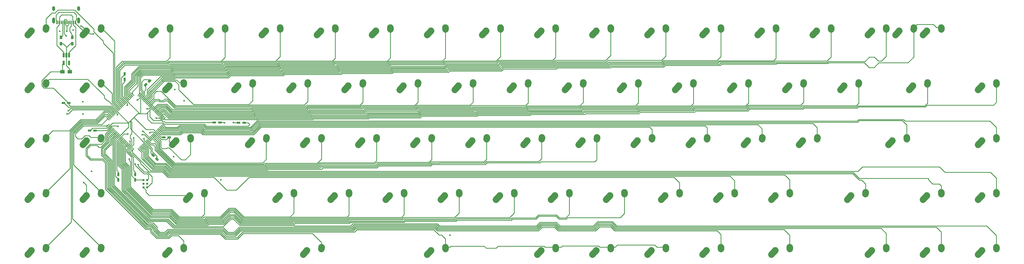
<source format=gbl>
G04 #@! TF.FileFunction,Copper,L2,Bot,Signal*
%FSLAX46Y46*%
G04 Gerber Fmt 4.6, Leading zero omitted, Abs format (unit mm)*
G04 Created by KiCad (PCBNEW 4.0.7) date 05/14/18 18:10:09*
%MOMM*%
%LPD*%
G01*
G04 APERTURE LIST*
%ADD10C,0.100000*%
%ADD11C,2.250000*%
%ADD12C,2.250000*%
%ADD13R,1.500000X1.250000*%
%ADD14R,0.750000X1.200000*%
%ADD15R,1.200000X0.750000*%
%ADD16C,0.784860*%
%ADD17R,0.300000X1.150000*%
%ADD18R,0.600000X1.150000*%
%ADD19O,1.000000X2.100000*%
%ADD20O,1.000000X1.600000*%
%ADD21R,0.900000X1.200000*%
%ADD22R,0.650000X1.560000*%
%ADD23C,0.600000*%
%ADD24C,0.258000*%
G04 APERTURE END LIST*
D10*
D11*
X707350000Y-276487500D02*
X707390000Y-275907500D01*
D12*
X707390000Y-275907500D03*
D11*
X701040000Y-278447500D02*
X702350002Y-276987500D01*
D12*
X702350000Y-276987500D03*
D11*
X597812500Y-276487500D02*
X597852500Y-275907500D01*
D12*
X597852500Y-275907500D03*
D11*
X591502500Y-278447500D02*
X592812502Y-276987500D01*
D12*
X592812500Y-276987500D03*
D11*
X578762500Y-276487500D02*
X578802500Y-275907500D01*
D12*
X578802500Y-275907500D03*
D11*
X572452500Y-278447500D02*
X573762502Y-276987500D01*
D12*
X573762500Y-276987500D03*
D10*
G36*
X427273654Y-261873759D02*
X427061522Y-261661627D01*
X428122182Y-260600967D01*
X428334314Y-260813099D01*
X427273654Y-261873759D01*
X427273654Y-261873759D01*
G37*
G36*
X426920101Y-261520206D02*
X426707969Y-261308074D01*
X427768629Y-260247414D01*
X427980761Y-260459546D01*
X426920101Y-261520206D01*
X426920101Y-261520206D01*
G37*
G36*
X426566548Y-261166652D02*
X426354416Y-260954520D01*
X427415076Y-259893860D01*
X427627208Y-260105992D01*
X426566548Y-261166652D01*
X426566548Y-261166652D01*
G37*
G36*
X426212994Y-260813099D02*
X426000862Y-260600967D01*
X427061522Y-259540307D01*
X427273654Y-259752439D01*
X426212994Y-260813099D01*
X426212994Y-260813099D01*
G37*
G36*
X425859441Y-260459545D02*
X425647309Y-260247413D01*
X426707969Y-259186753D01*
X426920101Y-259398885D01*
X425859441Y-260459545D01*
X425859441Y-260459545D01*
G37*
G36*
X425505888Y-260105992D02*
X425293756Y-259893860D01*
X426354416Y-258833200D01*
X426566548Y-259045332D01*
X425505888Y-260105992D01*
X425505888Y-260105992D01*
G37*
G36*
X425152334Y-259752439D02*
X424940202Y-259540307D01*
X426000862Y-258479647D01*
X426212994Y-258691779D01*
X425152334Y-259752439D01*
X425152334Y-259752439D01*
G37*
G36*
X424798781Y-259398885D02*
X424586649Y-259186753D01*
X425647309Y-258126093D01*
X425859441Y-258338225D01*
X424798781Y-259398885D01*
X424798781Y-259398885D01*
G37*
G36*
X424445227Y-259045332D02*
X424233095Y-258833200D01*
X425293755Y-257772540D01*
X425505887Y-257984672D01*
X424445227Y-259045332D01*
X424445227Y-259045332D01*
G37*
G36*
X424091674Y-258691778D02*
X423879542Y-258479646D01*
X424940202Y-257418986D01*
X425152334Y-257631118D01*
X424091674Y-258691778D01*
X424091674Y-258691778D01*
G37*
G36*
X423738121Y-258338225D02*
X423525989Y-258126093D01*
X424586649Y-257065433D01*
X424798781Y-257277565D01*
X423738121Y-258338225D01*
X423738121Y-258338225D01*
G37*
G36*
X423384567Y-257984672D02*
X423172435Y-257772540D01*
X424233095Y-256711880D01*
X424445227Y-256924012D01*
X423384567Y-257984672D01*
X423384567Y-257984672D01*
G37*
G36*
X423031014Y-257631118D02*
X422818882Y-257418986D01*
X423879542Y-256358326D01*
X424091674Y-256570458D01*
X423031014Y-257631118D01*
X423031014Y-257631118D01*
G37*
G36*
X422677460Y-257277565D02*
X422465328Y-257065433D01*
X423525988Y-256004773D01*
X423738120Y-256216905D01*
X422677460Y-257277565D01*
X422677460Y-257277565D01*
G37*
G36*
X422323907Y-256924011D02*
X422111775Y-256711879D01*
X423172435Y-255651219D01*
X423384567Y-255863351D01*
X422323907Y-256924011D01*
X422323907Y-256924011D01*
G37*
G36*
X421970354Y-256570458D02*
X421758222Y-256358326D01*
X422818882Y-255297666D01*
X423031014Y-255509798D01*
X421970354Y-256570458D01*
X421970354Y-256570458D01*
G37*
G36*
X421616800Y-256216905D02*
X421404668Y-256004773D01*
X422465328Y-254944113D01*
X422677460Y-255156245D01*
X421616800Y-256216905D01*
X421616800Y-256216905D01*
G37*
G36*
X421263247Y-255863351D02*
X421051115Y-255651219D01*
X422111775Y-254590559D01*
X422323907Y-254802691D01*
X421263247Y-255863351D01*
X421263247Y-255863351D01*
G37*
G36*
X420909693Y-255509798D02*
X420697561Y-255297666D01*
X421758221Y-254237006D01*
X421970353Y-254449138D01*
X420909693Y-255509798D01*
X420909693Y-255509798D01*
G37*
G36*
X420556140Y-255156244D02*
X420344008Y-254944112D01*
X421404668Y-253883452D01*
X421616800Y-254095584D01*
X420556140Y-255156244D01*
X420556140Y-255156244D01*
G37*
G36*
X420202587Y-254802691D02*
X419990455Y-254590559D01*
X421051115Y-253529899D01*
X421263247Y-253742031D01*
X420202587Y-254802691D01*
X420202587Y-254802691D01*
G37*
G36*
X419849033Y-254449138D02*
X419636901Y-254237006D01*
X420697561Y-253176346D01*
X420909693Y-253388478D01*
X419849033Y-254449138D01*
X419849033Y-254449138D01*
G37*
G36*
X419495480Y-254095584D02*
X419283348Y-253883452D01*
X420344008Y-252822792D01*
X420556140Y-253034924D01*
X419495480Y-254095584D01*
X419495480Y-254095584D01*
G37*
G36*
X419141926Y-253742031D02*
X418929794Y-253529899D01*
X419990454Y-252469239D01*
X420202586Y-252681371D01*
X419141926Y-253742031D01*
X419141926Y-253742031D01*
G37*
G36*
X418788373Y-253388478D02*
X418576241Y-253176346D01*
X419636901Y-252115686D01*
X419849033Y-252327818D01*
X418788373Y-253388478D01*
X418788373Y-253388478D01*
G37*
G36*
X418576241Y-249923654D02*
X418788373Y-249711522D01*
X419849033Y-250772182D01*
X419636901Y-250984314D01*
X418576241Y-249923654D01*
X418576241Y-249923654D01*
G37*
G36*
X418929794Y-249570101D02*
X419141926Y-249357969D01*
X420202586Y-250418629D01*
X419990454Y-250630761D01*
X418929794Y-249570101D01*
X418929794Y-249570101D01*
G37*
G36*
X419283348Y-249216548D02*
X419495480Y-249004416D01*
X420556140Y-250065076D01*
X420344008Y-250277208D01*
X419283348Y-249216548D01*
X419283348Y-249216548D01*
G37*
G36*
X419636901Y-248862994D02*
X419849033Y-248650862D01*
X420909693Y-249711522D01*
X420697561Y-249923654D01*
X419636901Y-248862994D01*
X419636901Y-248862994D01*
G37*
G36*
X419990455Y-248509441D02*
X420202587Y-248297309D01*
X421263247Y-249357969D01*
X421051115Y-249570101D01*
X419990455Y-248509441D01*
X419990455Y-248509441D01*
G37*
G36*
X420344008Y-248155888D02*
X420556140Y-247943756D01*
X421616800Y-249004416D01*
X421404668Y-249216548D01*
X420344008Y-248155888D01*
X420344008Y-248155888D01*
G37*
G36*
X420697561Y-247802334D02*
X420909693Y-247590202D01*
X421970353Y-248650862D01*
X421758221Y-248862994D01*
X420697561Y-247802334D01*
X420697561Y-247802334D01*
G37*
G36*
X421051115Y-247448781D02*
X421263247Y-247236649D01*
X422323907Y-248297309D01*
X422111775Y-248509441D01*
X421051115Y-247448781D01*
X421051115Y-247448781D01*
G37*
G36*
X421404668Y-247095227D02*
X421616800Y-246883095D01*
X422677460Y-247943755D01*
X422465328Y-248155887D01*
X421404668Y-247095227D01*
X421404668Y-247095227D01*
G37*
G36*
X421758222Y-246741674D02*
X421970354Y-246529542D01*
X423031014Y-247590202D01*
X422818882Y-247802334D01*
X421758222Y-246741674D01*
X421758222Y-246741674D01*
G37*
G36*
X422111775Y-246388121D02*
X422323907Y-246175989D01*
X423384567Y-247236649D01*
X423172435Y-247448781D01*
X422111775Y-246388121D01*
X422111775Y-246388121D01*
G37*
G36*
X422465328Y-246034567D02*
X422677460Y-245822435D01*
X423738120Y-246883095D01*
X423525988Y-247095227D01*
X422465328Y-246034567D01*
X422465328Y-246034567D01*
G37*
G36*
X422818882Y-245681014D02*
X423031014Y-245468882D01*
X424091674Y-246529542D01*
X423879542Y-246741674D01*
X422818882Y-245681014D01*
X422818882Y-245681014D01*
G37*
G36*
X423172435Y-245327460D02*
X423384567Y-245115328D01*
X424445227Y-246175988D01*
X424233095Y-246388120D01*
X423172435Y-245327460D01*
X423172435Y-245327460D01*
G37*
G36*
X423525989Y-244973907D02*
X423738121Y-244761775D01*
X424798781Y-245822435D01*
X424586649Y-246034567D01*
X423525989Y-244973907D01*
X423525989Y-244973907D01*
G37*
G36*
X423879542Y-244620354D02*
X424091674Y-244408222D01*
X425152334Y-245468882D01*
X424940202Y-245681014D01*
X423879542Y-244620354D01*
X423879542Y-244620354D01*
G37*
G36*
X424233095Y-244266800D02*
X424445227Y-244054668D01*
X425505887Y-245115328D01*
X425293755Y-245327460D01*
X424233095Y-244266800D01*
X424233095Y-244266800D01*
G37*
G36*
X424586649Y-243913247D02*
X424798781Y-243701115D01*
X425859441Y-244761775D01*
X425647309Y-244973907D01*
X424586649Y-243913247D01*
X424586649Y-243913247D01*
G37*
G36*
X424940202Y-243559693D02*
X425152334Y-243347561D01*
X426212994Y-244408221D01*
X426000862Y-244620353D01*
X424940202Y-243559693D01*
X424940202Y-243559693D01*
G37*
G36*
X425293756Y-243206140D02*
X425505888Y-242994008D01*
X426566548Y-244054668D01*
X426354416Y-244266800D01*
X425293756Y-243206140D01*
X425293756Y-243206140D01*
G37*
G36*
X425647309Y-242852587D02*
X425859441Y-242640455D01*
X426920101Y-243701115D01*
X426707969Y-243913247D01*
X425647309Y-242852587D01*
X425647309Y-242852587D01*
G37*
G36*
X426000862Y-242499033D02*
X426212994Y-242286901D01*
X427273654Y-243347561D01*
X427061522Y-243559693D01*
X426000862Y-242499033D01*
X426000862Y-242499033D01*
G37*
G36*
X426354416Y-242145480D02*
X426566548Y-241933348D01*
X427627208Y-242994008D01*
X427415076Y-243206140D01*
X426354416Y-242145480D01*
X426354416Y-242145480D01*
G37*
G36*
X426707969Y-241791926D02*
X426920101Y-241579794D01*
X427980761Y-242640454D01*
X427768629Y-242852586D01*
X426707969Y-241791926D01*
X426707969Y-241791926D01*
G37*
G36*
X427061522Y-241438373D02*
X427273654Y-241226241D01*
X428334314Y-242286901D01*
X428122182Y-242499033D01*
X427061522Y-241438373D01*
X427061522Y-241438373D01*
G37*
G36*
X429677818Y-242499033D02*
X429465686Y-242286901D01*
X430526346Y-241226241D01*
X430738478Y-241438373D01*
X429677818Y-242499033D01*
X429677818Y-242499033D01*
G37*
G36*
X430031371Y-242852586D02*
X429819239Y-242640454D01*
X430879899Y-241579794D01*
X431092031Y-241791926D01*
X430031371Y-242852586D01*
X430031371Y-242852586D01*
G37*
G36*
X430384924Y-243206140D02*
X430172792Y-242994008D01*
X431233452Y-241933348D01*
X431445584Y-242145480D01*
X430384924Y-243206140D01*
X430384924Y-243206140D01*
G37*
G36*
X430738478Y-243559693D02*
X430526346Y-243347561D01*
X431587006Y-242286901D01*
X431799138Y-242499033D01*
X430738478Y-243559693D01*
X430738478Y-243559693D01*
G37*
G36*
X431092031Y-243913247D02*
X430879899Y-243701115D01*
X431940559Y-242640455D01*
X432152691Y-242852587D01*
X431092031Y-243913247D01*
X431092031Y-243913247D01*
G37*
G36*
X431445584Y-244266800D02*
X431233452Y-244054668D01*
X432294112Y-242994008D01*
X432506244Y-243206140D01*
X431445584Y-244266800D01*
X431445584Y-244266800D01*
G37*
G36*
X431799138Y-244620353D02*
X431587006Y-244408221D01*
X432647666Y-243347561D01*
X432859798Y-243559693D01*
X431799138Y-244620353D01*
X431799138Y-244620353D01*
G37*
G36*
X432152691Y-244973907D02*
X431940559Y-244761775D01*
X433001219Y-243701115D01*
X433213351Y-243913247D01*
X432152691Y-244973907D01*
X432152691Y-244973907D01*
G37*
G36*
X432506245Y-245327460D02*
X432294113Y-245115328D01*
X433354773Y-244054668D01*
X433566905Y-244266800D01*
X432506245Y-245327460D01*
X432506245Y-245327460D01*
G37*
G36*
X432859798Y-245681014D02*
X432647666Y-245468882D01*
X433708326Y-244408222D01*
X433920458Y-244620354D01*
X432859798Y-245681014D01*
X432859798Y-245681014D01*
G37*
G36*
X433213351Y-246034567D02*
X433001219Y-245822435D01*
X434061879Y-244761775D01*
X434274011Y-244973907D01*
X433213351Y-246034567D01*
X433213351Y-246034567D01*
G37*
G36*
X433566905Y-246388120D02*
X433354773Y-246175988D01*
X434415433Y-245115328D01*
X434627565Y-245327460D01*
X433566905Y-246388120D01*
X433566905Y-246388120D01*
G37*
G36*
X433920458Y-246741674D02*
X433708326Y-246529542D01*
X434768986Y-245468882D01*
X434981118Y-245681014D01*
X433920458Y-246741674D01*
X433920458Y-246741674D01*
G37*
G36*
X434274012Y-247095227D02*
X434061880Y-246883095D01*
X435122540Y-245822435D01*
X435334672Y-246034567D01*
X434274012Y-247095227D01*
X434274012Y-247095227D01*
G37*
G36*
X434627565Y-247448781D02*
X434415433Y-247236649D01*
X435476093Y-246175989D01*
X435688225Y-246388121D01*
X434627565Y-247448781D01*
X434627565Y-247448781D01*
G37*
G36*
X434981118Y-247802334D02*
X434768986Y-247590202D01*
X435829646Y-246529542D01*
X436041778Y-246741674D01*
X434981118Y-247802334D01*
X434981118Y-247802334D01*
G37*
G36*
X435334672Y-248155887D02*
X435122540Y-247943755D01*
X436183200Y-246883095D01*
X436395332Y-247095227D01*
X435334672Y-248155887D01*
X435334672Y-248155887D01*
G37*
G36*
X435688225Y-248509441D02*
X435476093Y-248297309D01*
X436536753Y-247236649D01*
X436748885Y-247448781D01*
X435688225Y-248509441D01*
X435688225Y-248509441D01*
G37*
G36*
X436041779Y-248862994D02*
X435829647Y-248650862D01*
X436890307Y-247590202D01*
X437102439Y-247802334D01*
X436041779Y-248862994D01*
X436041779Y-248862994D01*
G37*
G36*
X436395332Y-249216548D02*
X436183200Y-249004416D01*
X437243860Y-247943756D01*
X437455992Y-248155888D01*
X436395332Y-249216548D01*
X436395332Y-249216548D01*
G37*
G36*
X436748885Y-249570101D02*
X436536753Y-249357969D01*
X437597413Y-248297309D01*
X437809545Y-248509441D01*
X436748885Y-249570101D01*
X436748885Y-249570101D01*
G37*
G36*
X437102439Y-249923654D02*
X436890307Y-249711522D01*
X437950967Y-248650862D01*
X438163099Y-248862994D01*
X437102439Y-249923654D01*
X437102439Y-249923654D01*
G37*
G36*
X437455992Y-250277208D02*
X437243860Y-250065076D01*
X438304520Y-249004416D01*
X438516652Y-249216548D01*
X437455992Y-250277208D01*
X437455992Y-250277208D01*
G37*
G36*
X437809546Y-250630761D02*
X437597414Y-250418629D01*
X438658074Y-249357969D01*
X438870206Y-249570101D01*
X437809546Y-250630761D01*
X437809546Y-250630761D01*
G37*
G36*
X438163099Y-250984314D02*
X437950967Y-250772182D01*
X439011627Y-249711522D01*
X439223759Y-249923654D01*
X438163099Y-250984314D01*
X438163099Y-250984314D01*
G37*
G36*
X437950967Y-252327818D02*
X438163099Y-252115686D01*
X439223759Y-253176346D01*
X439011627Y-253388478D01*
X437950967Y-252327818D01*
X437950967Y-252327818D01*
G37*
G36*
X437597414Y-252681371D02*
X437809546Y-252469239D01*
X438870206Y-253529899D01*
X438658074Y-253742031D01*
X437597414Y-252681371D01*
X437597414Y-252681371D01*
G37*
G36*
X437243860Y-253034924D02*
X437455992Y-252822792D01*
X438516652Y-253883452D01*
X438304520Y-254095584D01*
X437243860Y-253034924D01*
X437243860Y-253034924D01*
G37*
G36*
X436890307Y-253388478D02*
X437102439Y-253176346D01*
X438163099Y-254237006D01*
X437950967Y-254449138D01*
X436890307Y-253388478D01*
X436890307Y-253388478D01*
G37*
G36*
X436536753Y-253742031D02*
X436748885Y-253529899D01*
X437809545Y-254590559D01*
X437597413Y-254802691D01*
X436536753Y-253742031D01*
X436536753Y-253742031D01*
G37*
G36*
X436183200Y-254095584D02*
X436395332Y-253883452D01*
X437455992Y-254944112D01*
X437243860Y-255156244D01*
X436183200Y-254095584D01*
X436183200Y-254095584D01*
G37*
G36*
X435829647Y-254449138D02*
X436041779Y-254237006D01*
X437102439Y-255297666D01*
X436890307Y-255509798D01*
X435829647Y-254449138D01*
X435829647Y-254449138D01*
G37*
G36*
X435476093Y-254802691D02*
X435688225Y-254590559D01*
X436748885Y-255651219D01*
X436536753Y-255863351D01*
X435476093Y-254802691D01*
X435476093Y-254802691D01*
G37*
G36*
X435122540Y-255156245D02*
X435334672Y-254944113D01*
X436395332Y-256004773D01*
X436183200Y-256216905D01*
X435122540Y-255156245D01*
X435122540Y-255156245D01*
G37*
G36*
X434768986Y-255509798D02*
X434981118Y-255297666D01*
X436041778Y-256358326D01*
X435829646Y-256570458D01*
X434768986Y-255509798D01*
X434768986Y-255509798D01*
G37*
G36*
X434415433Y-255863351D02*
X434627565Y-255651219D01*
X435688225Y-256711879D01*
X435476093Y-256924011D01*
X434415433Y-255863351D01*
X434415433Y-255863351D01*
G37*
G36*
X434061880Y-256216905D02*
X434274012Y-256004773D01*
X435334672Y-257065433D01*
X435122540Y-257277565D01*
X434061880Y-256216905D01*
X434061880Y-256216905D01*
G37*
G36*
X433708326Y-256570458D02*
X433920458Y-256358326D01*
X434981118Y-257418986D01*
X434768986Y-257631118D01*
X433708326Y-256570458D01*
X433708326Y-256570458D01*
G37*
G36*
X433354773Y-256924012D02*
X433566905Y-256711880D01*
X434627565Y-257772540D01*
X434415433Y-257984672D01*
X433354773Y-256924012D01*
X433354773Y-256924012D01*
G37*
G36*
X433001219Y-257277565D02*
X433213351Y-257065433D01*
X434274011Y-258126093D01*
X434061879Y-258338225D01*
X433001219Y-257277565D01*
X433001219Y-257277565D01*
G37*
G36*
X432647666Y-257631118D02*
X432859798Y-257418986D01*
X433920458Y-258479646D01*
X433708326Y-258691778D01*
X432647666Y-257631118D01*
X432647666Y-257631118D01*
G37*
G36*
X432294113Y-257984672D02*
X432506245Y-257772540D01*
X433566905Y-258833200D01*
X433354773Y-259045332D01*
X432294113Y-257984672D01*
X432294113Y-257984672D01*
G37*
G36*
X431940559Y-258338225D02*
X432152691Y-258126093D01*
X433213351Y-259186753D01*
X433001219Y-259398885D01*
X431940559Y-258338225D01*
X431940559Y-258338225D01*
G37*
G36*
X431587006Y-258691779D02*
X431799138Y-258479647D01*
X432859798Y-259540307D01*
X432647666Y-259752439D01*
X431587006Y-258691779D01*
X431587006Y-258691779D01*
G37*
G36*
X431233452Y-259045332D02*
X431445584Y-258833200D01*
X432506244Y-259893860D01*
X432294112Y-260105992D01*
X431233452Y-259045332D01*
X431233452Y-259045332D01*
G37*
G36*
X430879899Y-259398885D02*
X431092031Y-259186753D01*
X432152691Y-260247413D01*
X431940559Y-260459545D01*
X430879899Y-259398885D01*
X430879899Y-259398885D01*
G37*
G36*
X430526346Y-259752439D02*
X430738478Y-259540307D01*
X431799138Y-260600967D01*
X431587006Y-260813099D01*
X430526346Y-259752439D01*
X430526346Y-259752439D01*
G37*
G36*
X430172792Y-260105992D02*
X430384924Y-259893860D01*
X431445584Y-260954520D01*
X431233452Y-261166652D01*
X430172792Y-260105992D01*
X430172792Y-260105992D01*
G37*
G36*
X429819239Y-260459546D02*
X430031371Y-260247414D01*
X431092031Y-261308074D01*
X430879899Y-261520206D01*
X429819239Y-260459546D01*
X429819239Y-260459546D01*
G37*
G36*
X429465686Y-260813099D02*
X429677818Y-260600967D01*
X430738478Y-261661627D01*
X430526346Y-261873759D01*
X429465686Y-260813099D01*
X429465686Y-260813099D01*
G37*
D11*
X397787500Y-219337500D02*
X397827500Y-218757500D01*
D12*
X397827500Y-218757500D03*
D11*
X391477500Y-221297500D02*
X392787502Y-219837500D01*
D12*
X392787500Y-219837500D03*
D11*
X447793750Y-257437500D02*
X447833750Y-256857500D01*
D12*
X447833750Y-256857500D03*
D11*
X441483750Y-259397500D02*
X442793752Y-257937500D01*
D12*
X442793750Y-257937500D03*
D11*
X397787500Y-238387500D02*
X397827500Y-237807500D01*
D12*
X397827500Y-237807500D03*
D11*
X391477500Y-240347500D02*
X392787502Y-238887500D01*
D12*
X392787500Y-238887500D03*
D11*
X445412500Y-238387500D02*
X445452500Y-237807500D01*
D12*
X445452500Y-237807500D03*
D11*
X439102500Y-240347500D02*
X440412502Y-238887500D01*
D12*
X440412500Y-238887500D03*
D13*
X406050000Y-234080000D03*
X403550000Y-234080000D03*
D14*
X428660000Y-269720000D03*
X428660000Y-271620000D03*
X422820000Y-269690000D03*
X422820000Y-271590000D03*
D15*
X440450000Y-256890000D03*
X438550000Y-256890000D03*
X414790000Y-254450000D03*
X412890000Y-254450000D03*
X457940000Y-251740000D03*
X456040000Y-251740000D03*
D10*
G36*
X436902931Y-264562601D02*
X436372601Y-265092931D01*
X435524073Y-264244403D01*
X436054403Y-263714073D01*
X436902931Y-264562601D01*
X436902931Y-264562601D01*
G37*
G36*
X435559429Y-263219099D02*
X435029099Y-263749429D01*
X434180571Y-262900901D01*
X434710901Y-262370571D01*
X435559429Y-263219099D01*
X435559429Y-263219099D01*
G37*
D15*
X403850000Y-244920000D03*
X405750000Y-244920000D03*
X464420000Y-251750000D03*
X466320000Y-251750000D03*
D10*
G36*
X433760850Y-236568820D02*
X434291180Y-237099150D01*
X433442652Y-237947678D01*
X432912322Y-237417348D01*
X433760850Y-236568820D01*
X433760850Y-236568820D01*
G37*
G36*
X432417348Y-237912322D02*
X432947678Y-238442652D01*
X432099150Y-239291180D01*
X431568820Y-238760850D01*
X432417348Y-237912322D01*
X432417348Y-237912322D01*
G37*
D14*
X425020000Y-234810000D03*
X425020000Y-236710000D03*
D16*
X432820000Y-271720000D03*
X431550000Y-271720000D03*
X432820000Y-272990000D03*
X431550000Y-272990000D03*
X432820000Y-274260000D03*
X431550000Y-274260000D03*
D17*
X404562500Y-216995000D03*
D18*
X408012500Y-216995000D03*
X407212500Y-216995000D03*
X402412500Y-216995000D03*
D19*
X400492500Y-216330000D03*
X409132500Y-216330000D03*
D20*
X400492500Y-212150000D03*
X409132500Y-212150000D03*
D18*
X401612500Y-216995000D03*
D17*
X405062500Y-216995000D03*
X405562500Y-216995000D03*
X406062500Y-216995000D03*
X406562500Y-216995000D03*
X404062500Y-216995000D03*
X403562500Y-216995000D03*
X403062500Y-216995000D03*
D11*
X416837500Y-219337500D02*
X416877500Y-218757500D01*
D12*
X416877500Y-218757500D03*
D11*
X410527500Y-221297500D02*
X411837502Y-219837500D01*
D12*
X411837500Y-219837500D03*
D11*
X440650000Y-219337500D02*
X440690000Y-218757500D01*
D12*
X440690000Y-218757500D03*
D11*
X434340000Y-221297500D02*
X435650002Y-219837500D01*
D12*
X435650000Y-219837500D03*
D11*
X459700000Y-219337500D02*
X459740000Y-218757500D01*
D12*
X459740000Y-218757500D03*
D11*
X453390000Y-221297500D02*
X454700002Y-219837500D01*
D12*
X454700000Y-219837500D03*
D11*
X478750000Y-219337500D02*
X478790000Y-218757500D01*
D12*
X478790000Y-218757500D03*
D11*
X472440000Y-221297500D02*
X473750002Y-219837500D01*
D12*
X473750000Y-219837500D03*
D11*
X497800000Y-219337500D02*
X497840000Y-218757500D01*
D12*
X497840000Y-218757500D03*
D11*
X491490000Y-221297500D02*
X492800002Y-219837500D01*
D12*
X492800000Y-219837500D03*
D11*
X516850000Y-219337500D02*
X516890000Y-218757500D01*
D12*
X516890000Y-218757500D03*
D11*
X510540000Y-221297500D02*
X511850002Y-219837500D01*
D12*
X511850000Y-219837500D03*
D11*
X535900000Y-219337500D02*
X535940000Y-218757500D01*
D12*
X535940000Y-218757500D03*
D11*
X529590000Y-221297500D02*
X530900002Y-219837500D01*
D12*
X530900000Y-219837500D03*
D11*
X554950000Y-219337500D02*
X554990000Y-218757500D01*
D12*
X554990000Y-218757500D03*
D11*
X548640000Y-221297500D02*
X549950002Y-219837500D01*
D12*
X549950000Y-219837500D03*
D11*
X574000000Y-219337500D02*
X574040000Y-218757500D01*
D12*
X574040000Y-218757500D03*
D11*
X567690000Y-221297500D02*
X569000002Y-219837500D01*
D12*
X569000000Y-219837500D03*
D11*
X593050000Y-219337500D02*
X593090000Y-218757500D01*
D12*
X593090000Y-218757500D03*
D11*
X586740000Y-221297500D02*
X588050002Y-219837500D01*
D12*
X588050000Y-219837500D03*
D11*
X612100000Y-219337500D02*
X612140000Y-218757500D01*
D12*
X612140000Y-218757500D03*
D11*
X605790000Y-221297500D02*
X607100002Y-219837500D01*
D12*
X607100000Y-219837500D03*
D11*
X631150000Y-219337500D02*
X631190000Y-218757500D01*
D12*
X631190000Y-218757500D03*
D11*
X624840000Y-221297500D02*
X626150002Y-219837500D01*
D12*
X626150000Y-219837500D03*
D11*
X650200000Y-219337500D02*
X650240000Y-218757500D01*
D12*
X650240000Y-218757500D03*
D11*
X643890000Y-221297500D02*
X645200002Y-219837500D01*
D12*
X645200000Y-219837500D03*
D11*
X669250000Y-219337500D02*
X669290000Y-218757500D01*
D12*
X669290000Y-218757500D03*
D11*
X662940000Y-221297500D02*
X664250002Y-219837500D01*
D12*
X664250000Y-219837500D03*
D11*
X688300000Y-219337500D02*
X688340000Y-218757500D01*
D12*
X688340000Y-218757500D03*
D11*
X681990000Y-221297500D02*
X683300002Y-219837500D01*
D12*
X683300000Y-219837500D03*
D11*
X707350000Y-219337500D02*
X707390000Y-218757500D01*
D12*
X707390000Y-218757500D03*
D11*
X701040000Y-221297500D02*
X702350002Y-219837500D01*
D12*
X702350000Y-219837500D03*
D11*
X697825000Y-219337500D02*
X697865000Y-218757500D01*
D12*
X697865000Y-218757500D03*
D11*
X691515000Y-221297500D02*
X692825002Y-219837500D01*
D12*
X692825000Y-219837500D03*
D11*
X416837500Y-238387500D02*
X416877500Y-237807500D01*
D12*
X416877500Y-237807500D03*
D11*
X410527500Y-240347500D02*
X411837502Y-238887500D01*
D12*
X411837500Y-238887500D03*
D11*
X469225000Y-238387500D02*
X469265000Y-237807500D01*
D12*
X469265000Y-237807500D03*
D11*
X462915000Y-240347500D02*
X464225002Y-238887500D01*
D12*
X464225000Y-238887500D03*
D11*
X488275000Y-238387500D02*
X488315000Y-237807500D01*
D12*
X488315000Y-237807500D03*
D11*
X481965000Y-240347500D02*
X483275002Y-238887500D01*
D12*
X483275000Y-238887500D03*
D11*
X507325000Y-238387500D02*
X507365000Y-237807500D01*
D12*
X507365000Y-237807500D03*
D11*
X501015000Y-240347500D02*
X502325002Y-238887500D01*
D12*
X502325000Y-238887500D03*
D11*
X526375000Y-238387500D02*
X526415000Y-237807500D01*
D12*
X526415000Y-237807500D03*
D11*
X520065000Y-240347500D02*
X521375002Y-238887500D01*
D12*
X521375000Y-238887500D03*
D11*
X545425000Y-238387500D02*
X545465000Y-237807500D01*
D12*
X545465000Y-237807500D03*
D11*
X539115000Y-240347500D02*
X540425002Y-238887500D01*
D12*
X540425000Y-238887500D03*
D11*
X564475000Y-238387500D02*
X564515000Y-237807500D01*
D12*
X564515000Y-237807500D03*
D11*
X558165000Y-240347500D02*
X559475002Y-238887500D01*
D12*
X559475000Y-238887500D03*
D11*
X583525000Y-238387500D02*
X583565000Y-237807500D01*
D12*
X583565000Y-237807500D03*
D11*
X577215000Y-240347500D02*
X578525002Y-238887500D01*
D12*
X578525000Y-238887500D03*
D11*
X602575000Y-238387500D02*
X602615000Y-237807500D01*
D12*
X602615000Y-237807500D03*
D11*
X596265000Y-240347500D02*
X597575002Y-238887500D01*
D12*
X597575000Y-238887500D03*
D11*
X621625000Y-238387500D02*
X621665000Y-237807500D01*
D12*
X621665000Y-237807500D03*
D11*
X615315000Y-240347500D02*
X616625002Y-238887500D01*
D12*
X616625000Y-238887500D03*
D11*
X640675000Y-238387500D02*
X640715000Y-237807500D01*
D12*
X640715000Y-237807500D03*
D11*
X634365000Y-240347500D02*
X635675002Y-238887500D01*
D12*
X635675000Y-238887500D03*
D11*
X659725000Y-238387500D02*
X659765000Y-237807500D01*
D12*
X659765000Y-237807500D03*
D11*
X653415000Y-240347500D02*
X654725002Y-238887500D01*
D12*
X654725000Y-238887500D03*
D11*
X678775000Y-238387500D02*
X678815000Y-237807500D01*
D12*
X678815000Y-237807500D03*
D11*
X672465000Y-240347500D02*
X673775002Y-238887500D01*
D12*
X673775000Y-238887500D03*
D11*
X702587500Y-238387500D02*
X702627500Y-237807500D01*
D12*
X702627500Y-237807500D03*
D11*
X696277500Y-240347500D02*
X697587502Y-238887500D01*
D12*
X697587500Y-238887500D03*
D11*
X726400000Y-238387500D02*
X726440000Y-237807500D01*
D12*
X726440000Y-237807500D03*
D11*
X720090000Y-240347500D02*
X721400002Y-238887500D01*
D12*
X721400000Y-238887500D03*
D11*
X397787500Y-257437500D02*
X397827500Y-256857500D01*
D12*
X397827500Y-256857500D03*
D11*
X391477500Y-259397500D02*
X392787502Y-257937500D01*
D12*
X392787500Y-257937500D03*
D11*
X473987500Y-257437500D02*
X474027500Y-256857500D01*
D12*
X474027500Y-256857500D03*
D11*
X467677500Y-259397500D02*
X468987502Y-257937500D01*
D12*
X468987500Y-257937500D03*
D11*
X493037500Y-257437500D02*
X493077500Y-256857500D01*
D12*
X493077500Y-256857500D03*
D11*
X486727500Y-259397500D02*
X488037502Y-257937500D01*
D12*
X488037500Y-257937500D03*
D11*
X512087500Y-257437500D02*
X512127500Y-256857500D01*
D12*
X512127500Y-256857500D03*
D11*
X505777500Y-259397500D02*
X507087502Y-257937500D01*
D12*
X507087500Y-257937500D03*
D11*
X531137500Y-257437500D02*
X531177500Y-256857500D01*
D12*
X531177500Y-256857500D03*
D11*
X524827500Y-259397500D02*
X526137502Y-257937500D01*
D12*
X526137500Y-257937500D03*
D11*
X550187500Y-257437500D02*
X550227500Y-256857500D01*
D12*
X550227500Y-256857500D03*
D11*
X543877500Y-259397500D02*
X545187502Y-257937500D01*
D12*
X545187500Y-257937500D03*
D11*
X569237500Y-257437500D02*
X569277500Y-256857500D01*
D12*
X569277500Y-256857500D03*
D11*
X562927500Y-259397500D02*
X564237502Y-257937500D01*
D12*
X564237500Y-257937500D03*
D11*
X588287500Y-257437500D02*
X588327500Y-256857500D01*
D12*
X588327500Y-256857500D03*
D11*
X581977500Y-259397500D02*
X583287502Y-257937500D01*
D12*
X583287500Y-257937500D03*
D11*
X607337500Y-257437500D02*
X607377500Y-256857500D01*
D12*
X607377500Y-256857500D03*
D11*
X601027500Y-259397500D02*
X602337502Y-257937500D01*
D12*
X602337500Y-257937500D03*
D11*
X626387500Y-257437500D02*
X626427500Y-256857500D01*
D12*
X626427500Y-256857500D03*
D11*
X620077500Y-259397500D02*
X621387502Y-257937500D01*
D12*
X621387500Y-257937500D03*
D11*
X645437500Y-257437500D02*
X645477500Y-256857500D01*
D12*
X645477500Y-256857500D03*
D11*
X639127500Y-259397500D02*
X640437502Y-257937500D01*
D12*
X640437500Y-257937500D03*
D11*
X726400000Y-257437500D02*
X726440000Y-256857500D01*
D12*
X726440000Y-256857500D03*
D11*
X720090000Y-259397500D02*
X721400002Y-257937500D01*
D12*
X721400000Y-257937500D03*
D11*
X416837500Y-276487500D02*
X416877500Y-275907500D01*
D12*
X416877500Y-275907500D03*
D11*
X410527500Y-278447500D02*
X411837502Y-276987500D01*
D12*
X411837500Y-276987500D03*
D11*
X483512500Y-276487500D02*
X483552500Y-275907500D01*
D12*
X483552500Y-275907500D03*
D11*
X477202500Y-278447500D02*
X478512502Y-276987500D01*
D12*
X478512500Y-276987500D03*
D11*
X502562500Y-276487500D02*
X502602500Y-275907500D01*
D12*
X502602500Y-275907500D03*
D11*
X496252500Y-278447500D02*
X497562502Y-276987500D01*
D12*
X497562500Y-276987500D03*
D11*
X521612500Y-276487500D02*
X521652500Y-275907500D01*
D12*
X521652500Y-275907500D03*
D11*
X515302500Y-278447500D02*
X516612502Y-276987500D01*
D12*
X516612500Y-276987500D03*
D11*
X540662500Y-276487500D02*
X540702500Y-275907500D01*
D12*
X540702500Y-275907500D03*
D11*
X534352500Y-278447500D02*
X535662502Y-276987500D01*
D12*
X535662500Y-276987500D03*
D11*
X559712500Y-276487500D02*
X559752500Y-275907500D01*
D12*
X559752500Y-275907500D03*
D11*
X553402500Y-278447500D02*
X554712502Y-276987500D01*
D12*
X554712500Y-276987500D03*
D11*
X616862500Y-276487500D02*
X616902500Y-275907500D01*
D12*
X616902500Y-275907500D03*
D11*
X610552500Y-278447500D02*
X611862502Y-276987500D01*
D12*
X611862500Y-276987500D03*
D11*
X635912500Y-276487500D02*
X635952500Y-275907500D01*
D12*
X635952500Y-275907500D03*
D11*
X629602500Y-278447500D02*
X630912502Y-276987500D01*
D12*
X630912500Y-276987500D03*
D11*
X654962500Y-276487500D02*
X655002500Y-275907500D01*
D12*
X655002500Y-275907500D03*
D11*
X648652500Y-278447500D02*
X649962502Y-276987500D01*
D12*
X649962500Y-276987500D03*
D11*
X726400000Y-276487500D02*
X726440000Y-275907500D01*
D12*
X726440000Y-275907500D03*
D11*
X720090000Y-278447500D02*
X721400002Y-276987500D01*
D12*
X721400000Y-276987500D03*
D11*
X397787500Y-295537500D02*
X397827500Y-294957500D01*
D12*
X397827500Y-294957500D03*
D11*
X391477500Y-297497500D02*
X392787502Y-296037500D01*
D12*
X392787500Y-296037500D03*
D11*
X416837500Y-295537500D02*
X416877500Y-294957500D01*
D12*
X416877500Y-294957500D03*
D11*
X410527500Y-297497500D02*
X411837502Y-296037500D01*
D12*
X411837500Y-296037500D03*
D11*
X445412500Y-295537500D02*
X445452500Y-294957500D01*
D12*
X445452500Y-294957500D03*
D11*
X439102500Y-297497500D02*
X440412502Y-296037500D01*
D12*
X440412500Y-296037500D03*
D21*
X406910000Y-222140000D03*
X406910000Y-224340000D03*
X403040000Y-222170000D03*
X403040000Y-224370000D03*
D22*
X403900000Y-228370000D03*
X404850000Y-228370000D03*
X405800000Y-228370000D03*
X405800000Y-231070000D03*
X403900000Y-231070000D03*
D11*
X416837500Y-257437500D02*
X416877500Y-256857500D01*
D12*
X416877500Y-256857500D03*
D11*
X410527500Y-259397500D02*
X411837502Y-257937500D01*
D12*
X411837500Y-257937500D03*
D11*
X664487500Y-257437500D02*
X664527500Y-256857500D01*
D12*
X664527500Y-256857500D03*
D11*
X658177500Y-259397500D02*
X659487502Y-257937500D01*
D12*
X659487500Y-257937500D03*
D11*
X695443750Y-257437500D02*
X695483750Y-256857500D01*
D12*
X695483750Y-256857500D03*
D11*
X689133750Y-259397500D02*
X690443752Y-257937500D01*
D12*
X690443750Y-257937500D03*
D11*
X397787500Y-276487500D02*
X397827500Y-275907500D01*
D12*
X397827500Y-275907500D03*
D11*
X391477500Y-278447500D02*
X392787502Y-276987500D01*
D12*
X392787500Y-276987500D03*
D11*
X452556250Y-276487500D02*
X452596250Y-275907500D01*
D12*
X452596250Y-275907500D03*
D11*
X446246250Y-278447500D02*
X447556252Y-276987500D01*
D12*
X447556250Y-276987500D03*
D11*
X681156250Y-276487500D02*
X681196250Y-275907500D01*
D12*
X681196250Y-275907500D03*
D11*
X674846250Y-278447500D02*
X676156252Y-276987500D01*
D12*
X676156250Y-276987500D03*
D11*
X493037500Y-295537500D02*
X493077500Y-294957500D01*
D12*
X493077500Y-294957500D03*
D11*
X486727500Y-297497500D02*
X488037502Y-296037500D01*
D12*
X488037500Y-296037500D03*
D11*
X535900000Y-295537500D02*
X535940000Y-294957500D01*
D12*
X535940000Y-294957500D03*
D11*
X529590000Y-297497500D02*
X530900002Y-296037500D01*
D12*
X530900000Y-296037500D03*
D11*
X707350000Y-295537500D02*
X707390000Y-294957500D01*
D12*
X707390000Y-294957500D03*
D11*
X701040000Y-297497500D02*
X702350002Y-296037500D01*
D12*
X702350000Y-296037500D03*
D11*
X726400000Y-295537500D02*
X726440000Y-294957500D01*
D12*
X726440000Y-294957500D03*
D11*
X720090000Y-297497500D02*
X721400002Y-296037500D01*
D12*
X721400000Y-296037500D03*
D11*
X593050000Y-295537500D02*
X593090000Y-294957500D01*
D12*
X593090000Y-294957500D03*
D11*
X586740000Y-297497500D02*
X588050002Y-296037500D01*
D12*
X588050000Y-296037500D03*
D11*
X654962500Y-295537500D02*
X655002500Y-294957500D01*
D12*
X655002500Y-294957500D03*
D11*
X648652500Y-297497500D02*
X649962502Y-296037500D01*
D12*
X649962500Y-296037500D03*
D11*
X688300000Y-295537500D02*
X688340000Y-294957500D01*
D12*
X688340000Y-294957500D03*
D11*
X681990000Y-297497500D02*
X683300002Y-296037500D01*
D12*
X683300000Y-296037500D03*
D11*
X574000000Y-295537500D02*
X574040000Y-294957500D01*
D12*
X574040000Y-294957500D03*
D11*
X567690000Y-297497500D02*
X569000002Y-296037500D01*
D12*
X569000000Y-296037500D03*
D11*
X612100000Y-295537500D02*
X612140000Y-294957500D01*
D12*
X612140000Y-294957500D03*
D11*
X605790000Y-297497500D02*
X607100002Y-296037500D01*
D12*
X607100000Y-296037500D03*
D11*
X631150000Y-295537500D02*
X631190000Y-294957500D01*
D12*
X631190000Y-294957500D03*
D11*
X624840000Y-297497500D02*
X626150002Y-296037500D01*
D12*
X626150000Y-296037500D03*
D23*
X407240000Y-219610000D03*
X402580000Y-220000000D03*
X458310000Y-271570000D03*
X441970000Y-263560000D03*
X445570000Y-244130000D03*
X442410000Y-240270000D03*
X537560000Y-290790000D03*
X414220000Y-221000000D03*
X409910000Y-218240000D03*
X413590000Y-268640000D03*
X410850000Y-272500000D03*
X410527500Y-244470000D03*
X410640000Y-248730000D03*
X433700000Y-255270000D03*
X431700000Y-257260000D03*
X426120000Y-255650000D03*
X422690000Y-253060000D03*
X435960000Y-250180000D03*
X432780000Y-246960000D03*
X429400000Y-243910000D03*
X429400000Y-243910000D03*
X425920000Y-245690000D03*
X422600000Y-248960000D03*
X428110000Y-257000000D03*
X459530000Y-251750000D03*
X462570000Y-251730000D03*
X431240000Y-254770000D03*
X428656486Y-266083514D03*
X431130000Y-255940000D03*
X429710000Y-266380000D03*
X405060000Y-220010000D03*
X405520000Y-247620000D03*
X404760000Y-221600000D03*
X405120000Y-248750000D03*
X426600000Y-264370000D03*
X426850000Y-258220000D03*
D24*
X408012500Y-216995000D02*
X408012500Y-217270000D01*
X408012500Y-217270000D02*
X410527500Y-219785000D01*
X410527500Y-219785000D02*
X410527500Y-221297500D01*
X413000000Y-221000000D02*
X414220000Y-221000000D01*
X411837500Y-219837500D02*
X413000000Y-221000000D01*
X410240000Y-218240000D02*
X409910000Y-218240000D01*
X411837500Y-219837500D02*
X410240000Y-218240000D01*
X411837500Y-276987500D02*
X411837500Y-273487500D01*
X411837500Y-273487500D02*
X410850000Y-272500000D01*
X435758936Y-255580509D02*
X435157896Y-254979469D01*
X433990531Y-254979469D02*
X433700000Y-255270000D01*
X435157896Y-254979469D02*
X433990531Y-254979469D01*
X431700000Y-257684264D02*
X431700000Y-257260000D01*
X431700000Y-257885534D02*
X431700000Y-257684264D01*
X432576955Y-258762489D02*
X431700000Y-257885534D01*
X425695736Y-255650000D02*
X426120000Y-255650000D01*
X424800000Y-255650000D02*
X425695736Y-255650000D01*
X423455278Y-256994722D02*
X424800000Y-255650000D01*
X422488148Y-252858148D02*
X422690000Y-253060000D01*
X420520784Y-252858148D02*
X422488148Y-252858148D01*
X419919744Y-253459188D02*
X420520784Y-252858148D01*
X441483750Y-259397500D02*
X440450000Y-258363750D01*
X440450000Y-258363750D02*
X440450000Y-256890000D01*
X431550000Y-274260000D02*
X432419239Y-275129239D01*
X445965260Y-276987500D02*
X447556250Y-276987500D01*
X432419239Y-275129239D02*
X432419239Y-275905246D01*
X433501493Y-276987500D02*
X445965260Y-276987500D01*
X432419239Y-275905246D02*
X433501493Y-276987500D01*
X435960000Y-250180000D02*
X436950061Y-250180000D01*
X437279216Y-250241852D02*
X437880256Y-249640812D01*
X436950061Y-250180000D02*
X437011913Y-250241852D01*
X437011913Y-250241852D02*
X437279216Y-250241852D01*
X432780000Y-246960000D02*
X433490000Y-246960000D01*
X433490000Y-246960000D02*
X434344722Y-246105278D01*
X429400000Y-243910000D02*
X429468932Y-243910000D01*
X429468932Y-243910000D02*
X430809188Y-242569744D01*
X425920000Y-245690000D02*
X425920000Y-245034466D01*
X425920000Y-245034466D02*
X425223045Y-244337511D01*
X422600000Y-248960000D02*
X422600000Y-248785534D01*
X422600000Y-248785534D02*
X421687511Y-247873045D01*
X426990812Y-260530256D02*
X428110000Y-259411068D01*
X428110000Y-259411068D02*
X428110000Y-257000000D01*
X426990812Y-260530256D02*
X426100675Y-261420393D01*
X426100675Y-261750675D02*
X428050000Y-263700000D01*
X426100675Y-261420393D02*
X426100675Y-261750675D01*
X428660000Y-268862000D02*
X428660000Y-269720000D01*
X428050000Y-263700000D02*
X428050000Y-268252000D01*
X428050000Y-268252000D02*
X428660000Y-268862000D01*
X406050000Y-234080000D02*
X406050000Y-233197000D01*
X406050000Y-233197000D02*
X404850000Y-231997000D01*
X404850000Y-231997000D02*
X404850000Y-229408000D01*
X404850000Y-229408000D02*
X404850000Y-228370000D01*
X403040000Y-224370000D02*
X403748000Y-224370000D01*
X403748000Y-224370000D02*
X404850000Y-225472000D01*
X404850000Y-225472000D02*
X404850000Y-225692000D01*
X404850000Y-228370000D02*
X404850000Y-225692000D01*
X404850000Y-225692000D02*
X406202000Y-224340000D01*
X406202000Y-224340000D02*
X406910000Y-224340000D01*
X401612500Y-216995000D02*
X401612500Y-216462500D01*
X401612500Y-216462500D02*
X401281510Y-216131510D01*
X401281510Y-216131510D02*
X401281510Y-214408490D01*
X401281510Y-214408490D02*
X402250000Y-213440000D01*
X402250000Y-213440000D02*
X407426501Y-213440000D01*
X407426501Y-213440000D02*
X408316501Y-214330000D01*
X408316501Y-214330000D02*
X408316501Y-216124721D01*
X408316501Y-216124721D02*
X408012500Y-216428722D01*
X408012500Y-216428722D02*
X408012500Y-216995000D01*
X457940000Y-251740000D02*
X459520000Y-251740000D01*
X459520000Y-251740000D02*
X459530000Y-251750000D01*
X464420000Y-251750000D02*
X462590000Y-251750000D01*
X462590000Y-251750000D02*
X462570000Y-251730000D01*
X437824798Y-257660000D02*
X439455000Y-257660000D01*
X439455000Y-257660000D02*
X440225000Y-256890000D01*
X440225000Y-256890000D02*
X440450000Y-256890000D01*
X435758936Y-255580509D02*
X437486436Y-257308009D01*
X437486436Y-257308009D02*
X437486436Y-257321638D01*
X437486436Y-257321638D02*
X437824798Y-257660000D01*
X432576955Y-258762489D02*
X434518010Y-260703544D01*
X434518010Y-260703544D02*
X434518010Y-261768956D01*
X436213502Y-263773172D02*
X436213502Y-264403502D01*
X434518010Y-261768956D02*
X436213502Y-263464448D01*
X436213502Y-263464448D02*
X436213502Y-263773172D01*
X422820000Y-268832000D02*
X422338585Y-268350585D01*
X422338585Y-259830000D02*
X422338585Y-259970000D01*
X422338585Y-258227367D02*
X422338585Y-259830000D01*
X422820000Y-269690000D02*
X422820000Y-268832000D01*
X422338585Y-258111415D02*
X422338585Y-258227367D01*
X423455278Y-256994722D02*
X422338585Y-258111415D01*
X422338585Y-268350585D02*
X422338585Y-259830000D01*
X414790000Y-254450000D02*
X418928932Y-254450000D01*
X418928932Y-254450000D02*
X419919744Y-253459188D01*
X431730000Y-236830000D02*
X433173502Y-236830000D01*
X433173502Y-236830000D02*
X433601751Y-237258249D01*
X430938102Y-237621898D02*
X431730000Y-236830000D01*
X430938102Y-240386947D02*
X430938102Y-237621898D01*
X430809188Y-242569744D02*
X431474685Y-241904247D01*
X431474685Y-241904247D02*
X431474685Y-240923530D01*
X431474685Y-240923530D02*
X430938102Y-240386947D01*
X423830000Y-240430000D02*
X423830000Y-240240000D01*
X423830000Y-236225000D02*
X425020000Y-235035000D01*
X423830000Y-242944466D02*
X423830000Y-240430000D01*
X425020000Y-235035000D02*
X425020000Y-234810000D01*
X423830000Y-240430000D02*
X423830000Y-236225000D01*
X421687511Y-247873045D02*
X420276457Y-246461991D01*
X420276457Y-246461991D02*
X405616991Y-246461991D01*
X405616991Y-246461991D02*
X404075000Y-244920000D01*
X404075000Y-244920000D02*
X403850000Y-244920000D01*
X425223045Y-244337511D02*
X423830000Y-242944466D01*
X427006676Y-253899317D02*
X431040000Y-257932641D01*
X431040000Y-257932641D02*
X432223402Y-259116043D01*
X427006676Y-251120000D02*
X427006676Y-253899317D01*
X427006676Y-251120000D02*
X427490000Y-251603324D01*
X427490000Y-251603324D02*
X427490000Y-255580000D01*
X426960000Y-257220000D02*
X427490000Y-257750000D01*
X427490000Y-255580000D02*
X426960000Y-256110000D01*
X426960000Y-256110000D02*
X426960000Y-257220000D01*
X427490000Y-257750000D02*
X427490000Y-259323961D01*
X427490000Y-259323961D02*
X426637258Y-260176703D01*
X428660000Y-271620000D02*
X431450000Y-271620000D01*
X431450000Y-271620000D02*
X431550000Y-271720000D01*
X425682665Y-261131296D02*
X426637258Y-260176703D01*
X425682665Y-261923820D02*
X425682665Y-261131296D01*
X428210000Y-249916676D02*
X427006676Y-251120000D01*
X427006676Y-251120000D02*
X426300000Y-251826676D01*
X429496676Y-248630000D02*
X428210000Y-249916676D01*
X436112489Y-255226955D02*
X435065534Y-254180000D01*
X435065534Y-254180000D02*
X432473324Y-254180000D01*
X432473324Y-254180000D02*
X428210000Y-249916676D01*
X435030000Y-251040000D02*
X437188175Y-251040000D01*
X437188175Y-251040000D02*
X438233810Y-249994365D01*
X434585405Y-250595405D02*
X435030000Y-251040000D01*
X434575405Y-250595405D02*
X434585405Y-250595405D01*
X434575405Y-250595405D02*
X433720000Y-249740000D01*
X435806676Y-251826676D02*
X436130000Y-251826676D01*
X436130000Y-251826676D02*
X438282813Y-251826676D01*
X432940000Y-250550000D02*
X434216676Y-251826676D01*
X434216676Y-251826676D02*
X436130000Y-251826676D01*
X432940000Y-248217107D02*
X432527107Y-248630000D01*
X434698276Y-246458831D02*
X432940000Y-248217107D01*
X432940000Y-248217107D02*
X432940000Y-250550000D01*
X434698276Y-246458831D02*
X433720000Y-247437107D01*
X433720000Y-247437107D02*
X433720000Y-249740000D01*
X452630023Y-252271990D02*
X453293144Y-252935112D01*
X438282813Y-251826676D02*
X438728127Y-252271990D01*
X453293144Y-252935112D02*
X467704888Y-252935112D01*
X438728127Y-252271990D02*
X452630023Y-252271990D01*
X467704888Y-252935112D02*
X468190000Y-252450000D01*
X468190000Y-252280000D02*
X467660000Y-251750000D01*
X468190000Y-252450000D02*
X468190000Y-252280000D01*
X467660000Y-251750000D02*
X466320000Y-251750000D01*
X432527107Y-248630000D02*
X430360000Y-248630000D01*
X430360000Y-248630000D02*
X430210000Y-248630000D01*
X431162742Y-242923297D02*
X430561702Y-243524337D01*
X430561702Y-243524337D02*
X430561702Y-248428298D01*
X430561702Y-248428298D02*
X430360000Y-248630000D01*
X430210000Y-248630000D02*
X429496676Y-248630000D01*
X425576598Y-243983957D02*
X426177638Y-244584997D01*
X426177638Y-244584997D02*
X426177638Y-244597638D01*
X426177638Y-244597638D02*
X430210000Y-248630000D01*
X426400000Y-251826676D02*
X426300000Y-251826676D01*
X426300000Y-251826676D02*
X420845149Y-251826676D01*
X426400000Y-251826676D02*
X426400000Y-253342893D01*
X426400000Y-253342893D02*
X423101724Y-256641169D01*
X422041064Y-247519491D02*
X422642104Y-248120531D01*
X422642104Y-248120531D02*
X422693855Y-248120531D01*
X422693855Y-248120531D02*
X426400000Y-251826676D01*
X420845149Y-251826676D02*
X419566190Y-253105635D01*
X428660000Y-271620000D02*
X428660000Y-271395000D01*
X427458845Y-263700000D02*
X425682665Y-261923820D01*
X428660000Y-271395000D02*
X427438010Y-270173010D01*
X427438010Y-270173010D02*
X427438010Y-264361990D01*
X427438010Y-264361990D02*
X427458845Y-264341155D01*
X427458845Y-264341155D02*
X427458845Y-263700000D01*
X437632770Y-250595405D02*
X438233810Y-249994365D01*
X403550000Y-234080000D02*
X399462278Y-234080000D01*
X399462278Y-234080000D02*
X396376156Y-237166122D01*
X396376156Y-238975600D02*
X397199400Y-239798844D01*
X397199400Y-239798844D02*
X400403844Y-239798844D01*
X396376156Y-237166122D02*
X396376156Y-238975600D01*
X400403844Y-239798844D02*
X405525000Y-244920000D01*
X405525000Y-244920000D02*
X405750000Y-244920000D01*
X403550000Y-234080000D02*
X403550000Y-231420000D01*
X403550000Y-231420000D02*
X403900000Y-231070000D01*
X456040000Y-251740000D02*
X439030000Y-251740000D01*
X439030000Y-251740000D02*
X438650000Y-251360000D01*
X438650000Y-251360000D02*
X438130061Y-251360000D01*
X438130061Y-251360000D02*
X437632770Y-250862709D01*
X437632770Y-250862709D02*
X437632770Y-250595405D01*
X436112489Y-255226955D02*
X437775534Y-256890000D01*
X437775534Y-256890000D02*
X438550000Y-256890000D01*
X434100000Y-260992641D02*
X434100000Y-262290000D01*
X434100000Y-262290000D02*
X434870000Y-263060000D01*
X432223402Y-259116043D02*
X434100000Y-260992641D01*
X422820000Y-271365000D02*
X422820000Y-271590000D01*
X421810000Y-270355000D02*
X422820000Y-271365000D01*
X421810000Y-260290000D02*
X421810000Y-270355000D01*
X421810000Y-257932893D02*
X421810000Y-260290000D01*
X421810000Y-260290000D02*
X421810000Y-260420000D01*
X423101724Y-256641169D02*
X421810000Y-257932893D01*
X419566190Y-253105635D02*
X418994337Y-253677488D01*
X418994337Y-253677488D02*
X413887512Y-253677488D01*
X413887512Y-253677488D02*
X413115000Y-254450000D01*
X413115000Y-254450000D02*
X412890000Y-254450000D01*
X431162742Y-242923297D02*
X431892695Y-242193344D01*
X431892695Y-242193344D02*
X431892695Y-240732695D01*
X431892695Y-240732695D02*
X432258249Y-240367141D01*
X432258249Y-240367141D02*
X432258249Y-238601751D01*
X425020000Y-236710000D02*
X425020000Y-237568000D01*
X425020000Y-237568000D02*
X424248010Y-238339990D01*
X424248010Y-238339990D02*
X424248010Y-242655369D01*
X424248010Y-242655369D02*
X425576598Y-243983957D01*
X406237000Y-246040000D02*
X420561573Y-246040000D01*
X420561573Y-246040000D02*
X422041064Y-247519491D01*
X405750000Y-244920000D02*
X405750000Y-245553000D01*
X405750000Y-245553000D02*
X406237000Y-246040000D01*
X431412893Y-254770000D02*
X431240000Y-254770000D01*
X433991169Y-257348276D02*
X431412893Y-254770000D01*
X428656486Y-266083514D02*
X428656486Y-266507778D01*
X428656486Y-266507778D02*
X431598708Y-269450000D01*
X431598708Y-269450000D02*
X432770000Y-269450000D01*
X432770000Y-269450000D02*
X433212429Y-269892429D01*
X433212429Y-269892429D02*
X433212429Y-271327571D01*
X433212429Y-271327571D02*
X432820000Y-271720000D01*
X433637615Y-257701829D02*
X431875786Y-255940000D01*
X431875786Y-255940000D02*
X431554264Y-255940000D01*
X431554264Y-255940000D02*
X431130000Y-255940000D01*
X429740000Y-266846113D02*
X429740000Y-266410000D01*
X429740000Y-266410000D02*
X429710000Y-266380000D01*
X429740000Y-266846113D02*
X431790000Y-268896113D01*
X431790000Y-268896113D02*
X432894959Y-268896113D01*
X434480000Y-270481154D02*
X434480000Y-272600000D01*
X432894959Y-268896113D02*
X434480000Y-270481154D01*
X434480000Y-272600000D02*
X433212429Y-273867571D01*
X433212429Y-273867571D02*
X432820000Y-274260000D01*
X405060000Y-219585736D02*
X405060000Y-220010000D01*
X405060000Y-218390000D02*
X405060000Y-219585736D01*
X405240000Y-218210000D02*
X405060000Y-218390000D01*
X419987359Y-246880000D02*
X406280000Y-246880000D01*
X405520000Y-247620000D02*
X405819999Y-247320001D01*
X405839999Y-247320001D02*
X406280000Y-246880000D01*
X405819999Y-247320001D02*
X405839999Y-247320001D01*
X405240000Y-218210000D02*
X405562500Y-217887500D01*
X405562500Y-217887500D02*
X405562500Y-216995000D01*
X404944500Y-218210000D02*
X405240000Y-218210000D01*
X404562500Y-216995000D02*
X404562500Y-217828000D01*
X404562500Y-217828000D02*
X404944500Y-218210000D01*
X421333957Y-248226598D02*
X419987359Y-246880000D01*
X404460001Y-221300001D02*
X404760000Y-221600000D01*
X404062500Y-220902500D02*
X404460001Y-221300001D01*
X404062500Y-216995000D02*
X404062500Y-220902500D01*
X419710252Y-247310000D02*
X407300000Y-247310000D01*
X405120000Y-248750000D02*
X405544264Y-248750000D01*
X405544264Y-248750000D02*
X406984264Y-247310000D01*
X406984264Y-247310000D02*
X407300000Y-247310000D01*
X404870000Y-215930000D02*
X405062500Y-216122500D01*
X405062500Y-216122500D02*
X405062500Y-216995000D01*
X404294500Y-215930000D02*
X404870000Y-215930000D01*
X404062500Y-216995000D02*
X404062500Y-216162000D01*
X404062500Y-216162000D02*
X404294500Y-215930000D01*
X420980404Y-248580152D02*
X419710252Y-247310000D01*
X406562500Y-216995000D02*
X406562500Y-218267500D01*
X406562500Y-218267500D02*
X406090000Y-218740000D01*
X406090000Y-218740000D02*
X406090000Y-220117500D01*
X406090000Y-220117500D02*
X406562500Y-220590000D01*
X406562500Y-220590000D02*
X406562500Y-220980778D01*
X406562500Y-220980778D02*
X406910000Y-221328278D01*
X406910000Y-221328278D02*
X406910000Y-222140000D01*
X403562500Y-216995000D02*
X403562500Y-221647500D01*
X403562500Y-221647500D02*
X403040000Y-222170000D01*
X407212500Y-216995000D02*
X407212500Y-217828000D01*
X407212500Y-217828000D02*
X408093499Y-218708999D01*
X408093499Y-218708999D02*
X408093499Y-225038501D01*
X408093499Y-225038501D02*
X405800000Y-227332000D01*
X405800000Y-227332000D02*
X405800000Y-228370000D01*
X402412500Y-216995000D02*
X402412500Y-217828000D01*
X402412500Y-217828000D02*
X401910000Y-218330500D01*
X401910000Y-218330500D02*
X401909500Y-218330500D01*
X401909500Y-218330500D02*
X401531501Y-218708499D01*
X401531501Y-218708499D02*
X401531501Y-224963501D01*
X401531501Y-224963501D02*
X403900000Y-227332000D01*
X403900000Y-227332000D02*
X403900000Y-228370000D01*
X406490000Y-214380000D02*
X407088499Y-214978499D01*
X407088499Y-216870999D02*
X407212500Y-216995000D01*
X407088499Y-214978499D02*
X407088499Y-216870999D01*
X403270000Y-214380000D02*
X406490000Y-214380000D01*
X402536501Y-215113499D02*
X403270000Y-214380000D01*
X402536501Y-216870999D02*
X402536501Y-215113499D01*
X402412500Y-216995000D02*
X402536501Y-216870999D01*
X407758328Y-212678328D02*
X414310000Y-219230000D01*
X417660000Y-223540000D02*
X417660000Y-223802722D01*
X414310000Y-219230000D02*
X414310000Y-220218278D01*
X414310000Y-220218278D02*
X417631722Y-223540000D01*
X417631722Y-223540000D02*
X417660000Y-223540000D01*
X397827500Y-218757500D02*
X397827500Y-215682500D01*
X401920000Y-212678328D02*
X407758328Y-212678328D01*
X397827500Y-215682500D02*
X399860000Y-213650000D01*
X399860000Y-213650000D02*
X400948328Y-213650000D01*
X400948328Y-213650000D02*
X401920000Y-212678328D01*
X417660000Y-223802722D02*
X417670000Y-223812722D01*
X417670000Y-223812722D02*
X417670000Y-224200000D01*
X417670000Y-224200000D02*
X421141990Y-227671990D01*
X421141990Y-244499097D02*
X423101724Y-246458831D01*
X421141990Y-227671990D02*
X421141990Y-244499097D01*
X421560000Y-223440000D02*
X421560000Y-244210000D01*
X421560000Y-244210000D02*
X423455278Y-246105278D01*
X416877500Y-218757500D02*
X421560000Y-223440000D01*
X439450000Y-230470000D02*
X440690000Y-229230000D01*
X440690000Y-229230000D02*
X440690000Y-218757500D01*
X424180000Y-230470000D02*
X439450000Y-230470000D01*
X422070000Y-232580000D02*
X424180000Y-230470000D01*
X422070000Y-244012893D02*
X422070000Y-232580000D01*
X423808831Y-245751724D02*
X422070000Y-244012893D01*
X424162385Y-245398171D02*
X422490000Y-243725786D01*
X422488010Y-232951990D02*
X424540000Y-230900000D01*
X440160000Y-230480000D02*
X458350000Y-230480000D01*
X422490000Y-243725786D02*
X422490000Y-241610000D01*
X422490000Y-241610000D02*
X422488010Y-241608010D01*
X422488010Y-241608010D02*
X422488010Y-232951990D01*
X424540000Y-230900000D02*
X439740000Y-230900000D01*
X439740000Y-230900000D02*
X440160000Y-230480000D01*
X458350000Y-230480000D02*
X459740000Y-229090000D01*
X459740000Y-229090000D02*
X459740000Y-218757500D01*
X477210000Y-230430000D02*
X478790000Y-228850000D01*
X478790000Y-228850000D02*
X478790000Y-218757500D01*
X458991155Y-230430000D02*
X477210000Y-230430000D01*
X440333145Y-230898010D02*
X458523145Y-230898010D01*
X458523145Y-230898010D02*
X458991155Y-230430000D01*
X424791990Y-231318010D02*
X439913145Y-231318010D01*
X439913145Y-231318010D02*
X440333145Y-230898010D01*
X422940000Y-233170000D02*
X424791990Y-231318010D01*
X422940000Y-243468680D02*
X422940000Y-233170000D01*
X424515938Y-245044618D02*
X422940000Y-243468680D01*
X496870000Y-230400000D02*
X497840000Y-229430000D01*
X497840000Y-229430000D02*
X497840000Y-218757500D01*
X477860000Y-230400000D02*
X496870000Y-230400000D01*
X477411990Y-230848010D02*
X477860000Y-230400000D01*
X459201990Y-230848010D02*
X477411990Y-230848010D01*
X440560000Y-231380000D02*
X458670000Y-231380000D01*
X458670000Y-231380000D02*
X459201990Y-230848010D01*
X440110000Y-231830000D02*
X440560000Y-231380000D01*
X425110000Y-231830000D02*
X440110000Y-231830000D01*
X423358010Y-233581990D02*
X425110000Y-231830000D01*
X423358010Y-243179583D02*
X423358010Y-233581990D01*
X424869491Y-244691064D02*
X423358010Y-243179583D01*
X425328010Y-242321156D02*
X425328010Y-239610000D01*
X427823980Y-237114030D02*
X425328010Y-239610000D01*
X427823980Y-235150566D02*
X427823980Y-237114030D01*
X430170000Y-232666020D02*
X440725135Y-232666020D01*
X430170000Y-232666020D02*
X427823981Y-235012039D01*
X427823981Y-235012039D02*
X427823980Y-235150566D01*
X426283705Y-243276851D02*
X425328010Y-242321156D01*
X497216290Y-231236020D02*
X497540000Y-230912309D01*
X515868845Y-230912309D02*
X516381154Y-230400000D01*
X440725135Y-232666020D02*
X441143145Y-232248010D01*
X441143145Y-232248010D02*
X459153145Y-232248010D01*
X459153145Y-232248010D02*
X459717124Y-231684030D01*
X516381154Y-230400000D02*
X534870000Y-230400000D01*
X535940000Y-229330000D02*
X535940000Y-218757500D01*
X459717124Y-231684030D02*
X477877125Y-231684030D01*
X477877125Y-231684030D02*
X478325135Y-231236020D01*
X497540000Y-230912309D02*
X515868845Y-230912309D01*
X478325135Y-231236020D02*
X497216290Y-231236020D01*
X534870000Y-230400000D02*
X535940000Y-229330000D01*
X478498279Y-231654030D02*
X478050270Y-232102040D01*
X478050270Y-232102040D02*
X460017960Y-232102040D01*
X554990000Y-218757500D02*
X554990000Y-228810000D01*
X425746020Y-239843980D02*
X425746020Y-242032059D01*
X516041989Y-231330319D02*
X497713146Y-231330319D01*
X554990000Y-228810000D02*
X553470000Y-230330000D01*
X428241990Y-235323711D02*
X428241990Y-237348010D01*
X553470000Y-230330000D02*
X535531155Y-230330000D01*
X535531155Y-230330000D02*
X535043145Y-230818010D01*
X441316289Y-232666020D02*
X440898279Y-233084030D01*
X516620000Y-230860000D02*
X516550000Y-230860000D01*
X535043145Y-230818010D02*
X516661990Y-230818010D01*
X516550000Y-230860000D02*
X516440000Y-230970000D01*
X516661990Y-230818010D02*
X516620000Y-230860000D01*
X460017960Y-232102040D02*
X459453980Y-232666020D01*
X516440000Y-230970000D02*
X516402308Y-230970000D01*
X516402308Y-230970000D02*
X516041989Y-231330319D01*
X497713146Y-231330319D02*
X497389435Y-231654030D01*
X430420000Y-233145701D02*
X428241990Y-235323711D01*
X497389435Y-231654030D02*
X478498279Y-231654030D01*
X459453980Y-232666020D02*
X441316289Y-232666020D01*
X440898279Y-233084030D02*
X430420000Y-233084030D01*
X430420000Y-233084030D02*
X430420000Y-233145701D01*
X428241990Y-237348010D02*
X425746020Y-239843980D01*
X425746020Y-242032059D02*
X426637258Y-242923297D01*
X426990812Y-242569744D02*
X426164030Y-241742962D01*
X430596856Y-233560000D02*
X441013464Y-233560000D01*
X426164030Y-241742962D02*
X426164030Y-240150000D01*
X573000000Y-230150000D02*
X574040000Y-229110000D01*
X516301671Y-231748329D02*
X516813980Y-231236020D01*
X498073269Y-232096731D02*
X498421671Y-231748329D01*
X426164030Y-240150000D02*
X426230000Y-240150000D01*
X441013464Y-233560000D02*
X441489433Y-233084030D01*
X426230000Y-240150000D02*
X428660000Y-237720000D01*
X428660000Y-237720000D02*
X428660000Y-235496856D01*
X535652310Y-230800000D02*
X553591154Y-230800000D01*
X478646733Y-232096731D02*
X498073269Y-232096731D01*
X428660000Y-235496856D02*
X430596856Y-233560000D01*
X478223417Y-232520049D02*
X478646733Y-232096731D01*
X441489433Y-233084030D02*
X459627125Y-233084030D01*
X516813980Y-231236020D02*
X535216290Y-231236020D01*
X460191104Y-232520050D02*
X478223417Y-232520049D01*
X459627125Y-233084030D02*
X460191104Y-232520050D01*
X498421671Y-231748329D02*
X516301671Y-231748329D01*
X535216290Y-231236020D02*
X535652310Y-230800000D01*
X553591154Y-230800000D02*
X554241154Y-230150000D01*
X554241154Y-230150000D02*
X573000000Y-230150000D01*
X574040000Y-229110000D02*
X574040000Y-218757500D01*
X427344365Y-242216190D02*
X426743325Y-241615150D01*
X426743325Y-241615150D02*
X426743325Y-240556675D01*
X478880000Y-232520000D02*
X498336339Y-232520000D01*
X459877960Y-233502040D02*
X460441942Y-232938058D01*
X573173145Y-230568010D02*
X573661155Y-230080000D01*
X426743325Y-240556675D02*
X429170000Y-238130000D01*
X441186609Y-233978010D02*
X441662579Y-233502040D01*
X429170000Y-238130000D02*
X429170000Y-235578010D01*
X478461942Y-232938058D02*
X478880000Y-232520000D01*
X429170000Y-235578010D02*
X430770000Y-233978010D01*
X591390000Y-230080000D02*
X593130000Y-228340000D01*
X430770000Y-233978010D02*
X441186609Y-233978010D01*
X441662579Y-233502040D02*
X459877960Y-233502040D01*
X460441942Y-232938058D02*
X478461942Y-232938058D01*
X593130000Y-228340000D02*
X593090000Y-228300000D01*
X498336339Y-232520000D02*
X498690000Y-232166339D01*
X498690000Y-232166339D02*
X516474816Y-232166339D01*
X516474816Y-232166339D02*
X516987125Y-231654030D01*
X516987125Y-231654030D02*
X535389435Y-231654030D01*
X553702308Y-231280000D02*
X554414298Y-230568010D01*
X535389435Y-231654030D02*
X535763465Y-231280000D01*
X535763465Y-231280000D02*
X553702308Y-231280000D01*
X554414298Y-230568010D02*
X573173145Y-230568010D01*
X573661155Y-230080000D02*
X591390000Y-230080000D01*
X593090000Y-228300000D02*
X593090000Y-218757500D01*
X460615086Y-233356068D02*
X478635087Y-233356068D01*
X427697918Y-241862637D02*
X427697918Y-241012082D01*
X478635087Y-233356068D02*
X479053144Y-232938010D01*
X573346290Y-230986020D02*
X573710000Y-230622309D01*
X441805773Y-233950000D02*
X460021154Y-233950000D01*
X516647961Y-232584349D02*
X517042310Y-232190000D01*
X498509484Y-232938010D02*
X498863145Y-232584349D01*
X427697918Y-241012082D02*
X429600000Y-239110000D01*
X430962826Y-234396020D02*
X441359754Y-234396020D01*
X429600000Y-239110000D02*
X429600000Y-235758846D01*
X517042310Y-232190000D02*
X535570000Y-232190000D01*
X612140000Y-228660000D02*
X612140000Y-218757500D01*
X429600000Y-235758846D02*
X430962826Y-234396020D01*
X441359754Y-234396020D02*
X441805773Y-233950000D01*
X460021154Y-233950000D02*
X460615086Y-233356068D01*
X536061990Y-231698010D02*
X554041990Y-231698010D01*
X479053144Y-232938010D02*
X498509484Y-232938010D01*
X592150000Y-230100000D02*
X610700000Y-230100000D01*
X498863145Y-232584349D02*
X516647961Y-232584349D01*
X535570000Y-232190000D02*
X536061990Y-231698010D01*
X554041990Y-231698010D02*
X554753980Y-230986020D01*
X554753980Y-230986020D02*
X573346290Y-230986020D01*
X573710000Y-230622309D02*
X591627691Y-230622309D01*
X591627691Y-230622309D02*
X592150000Y-230100000D01*
X610700000Y-230100000D02*
X612140000Y-228660000D01*
X430102082Y-241862637D02*
X430102082Y-235847918D01*
X499036290Y-233002359D02*
X516821106Y-233002359D01*
X441926930Y-234420000D02*
X460260000Y-234420000D01*
X430102082Y-235847918D02*
X431135970Y-234814030D01*
X431135970Y-234814030D02*
X441532901Y-234814029D01*
X610711155Y-230680000D02*
X611201155Y-230190000D01*
X517215454Y-232608010D02*
X535743145Y-232608010D01*
X479453980Y-233356020D02*
X498682629Y-233356020D01*
X441532901Y-234814029D02*
X441926930Y-234420000D01*
X554215135Y-232116020D02*
X554927124Y-231404030D01*
X460260000Y-234420000D02*
X460900000Y-233780000D01*
X460900000Y-233780000D02*
X479030000Y-233780000D01*
X573909681Y-231040319D02*
X592079681Y-231040319D01*
X535743145Y-232608010D02*
X536235134Y-232116020D01*
X479030000Y-233780000D02*
X479453980Y-233356020D01*
X554927124Y-231404030D02*
X573545970Y-231404030D01*
X536235134Y-232116020D02*
X554215135Y-232116020D01*
X498682629Y-233356020D02*
X499036290Y-233002359D01*
X516821106Y-233002359D02*
X517215454Y-232608010D01*
X573545970Y-231404030D02*
X573909681Y-231040319D01*
X592079681Y-231040319D02*
X592440000Y-230680000D01*
X592440000Y-230680000D02*
X610711155Y-230680000D01*
X611201155Y-230190000D02*
X629860000Y-230190000D01*
X631190000Y-228860000D02*
X631190000Y-218757500D01*
X629860000Y-230190000D02*
X631190000Y-228860000D01*
X430455635Y-242216190D02*
X431056675Y-241615150D01*
X555267960Y-231822040D02*
X573719115Y-231822040D01*
X431056675Y-241615150D02*
X431056675Y-241096675D01*
X592711990Y-231098010D02*
X610884300Y-231098010D01*
X431056675Y-241096675D02*
X430520092Y-240560092D01*
X479203145Y-234198010D02*
X479627125Y-233774030D01*
X430520092Y-240560092D02*
X430520092Y-236099908D01*
X430520092Y-236099908D02*
X431340000Y-235280000D01*
X649390000Y-230240000D02*
X650240000Y-229390000D01*
X516994253Y-233420368D02*
X517388601Y-233026020D01*
X498865970Y-233774030D02*
X499219631Y-233420369D01*
X630401155Y-230240000D02*
X649390000Y-230240000D01*
X431340000Y-235280000D02*
X441770000Y-235280000D01*
X630033145Y-230608010D02*
X630401155Y-230240000D01*
X441770000Y-235280000D02*
X442211990Y-234838010D01*
X442211990Y-234838010D02*
X460433145Y-234838010D01*
X460433145Y-234838010D02*
X461073144Y-234198010D01*
X479627125Y-233774030D02*
X498865970Y-233774030D01*
X461073144Y-234198010D02*
X479203145Y-234198010D01*
X611374300Y-230608010D02*
X630033145Y-230608010D01*
X499219631Y-233420369D02*
X516994253Y-233420368D01*
X517388601Y-233026020D02*
X536033980Y-233026020D01*
X610884300Y-231098010D02*
X611374300Y-230608010D01*
X536033980Y-233026020D02*
X536525970Y-232534030D01*
X536525970Y-232534030D02*
X554555970Y-232534030D01*
X554555970Y-232534030D02*
X555267960Y-231822040D01*
X573719115Y-231822040D02*
X574082825Y-231458329D01*
X574082825Y-231458329D02*
X592351671Y-231458329D01*
X592351671Y-231458329D02*
X592711990Y-231098010D01*
X650240000Y-229390000D02*
X650240000Y-218757500D01*
X667870000Y-230340000D02*
X669032901Y-229177099D01*
X431516295Y-243276851D02*
X432840000Y-241953146D01*
X592524816Y-231876339D02*
X592885135Y-231516020D01*
X555580000Y-232260000D02*
X573872310Y-232260000D01*
X432840000Y-241953146D02*
X432840000Y-240348010D01*
X432840000Y-240348010D02*
X437490000Y-235698010D01*
X669032901Y-229177099D02*
X669042901Y-229177099D01*
X437490000Y-235698010D02*
X441943145Y-235698010D01*
X649691990Y-230658010D02*
X650010000Y-230340000D01*
X441943145Y-235698010D02*
X442331155Y-235310000D01*
X479937960Y-234192040D02*
X499039115Y-234192040D01*
X442331155Y-235310000D02*
X460600000Y-235310000D01*
X460600000Y-235310000D02*
X461293980Y-234616020D01*
X461293980Y-234616020D02*
X479513980Y-234616020D01*
X517155774Y-233850000D02*
X517167398Y-233838377D01*
X517167398Y-233838377D02*
X517555775Y-233450000D01*
X499381154Y-233850000D02*
X517155774Y-233850000D01*
X536342040Y-233450000D02*
X536840000Y-232952040D01*
X479513980Y-234616020D02*
X479937960Y-234192040D01*
X499039115Y-234192040D02*
X499381154Y-233850000D01*
X573872310Y-232260000D02*
X574255971Y-231876339D01*
X517555775Y-233450000D02*
X536342040Y-233450000D01*
X536840000Y-232952040D02*
X554887960Y-232952040D01*
X630574300Y-230658010D02*
X649691990Y-230658010D01*
X554887960Y-232952040D02*
X555580000Y-232260000D01*
X630206290Y-231026020D02*
X630574300Y-230658010D01*
X611547445Y-231026020D02*
X630206290Y-231026020D01*
X574255971Y-231876339D02*
X592524816Y-231876339D01*
X592885135Y-231516020D02*
X611057445Y-231516020D01*
X650010000Y-230340000D02*
X667870000Y-230340000D01*
X611057445Y-231516020D02*
X611547445Y-231026020D01*
X669042901Y-229177099D02*
X669250000Y-228970000D01*
X669250000Y-228970000D02*
X669250000Y-219337500D01*
X438280000Y-236534030D02*
X442307125Y-236534030D01*
X433676020Y-242531339D02*
X433676020Y-241138010D01*
X433676020Y-241138010D02*
X438280000Y-236534030D01*
X499840000Y-235050000D02*
X500203980Y-234686020D01*
X668144300Y-231248010D02*
X668461154Y-230931155D01*
X555341990Y-233808010D02*
X556000000Y-233150000D01*
X432223402Y-243983957D02*
X433676020Y-242531339D01*
X442673145Y-236168010D02*
X460961990Y-236168010D01*
X500203980Y-234686020D02*
X517502064Y-234686020D01*
X556000000Y-233150000D02*
X574164619Y-233150000D01*
X538610000Y-233830000D02*
X538631990Y-233808010D01*
X517902064Y-234286020D02*
X537023980Y-234286020D01*
X593299681Y-232450319D02*
X611359681Y-232450319D01*
X461677960Y-235452040D02*
X479860270Y-235452040D01*
X442307125Y-236534030D02*
X442673145Y-236168010D01*
X631435970Y-231494030D02*
X650217125Y-231494030D01*
X460961990Y-236168010D02*
X461677960Y-235452040D01*
X479860270Y-235452040D02*
X480262310Y-235050000D01*
X631050000Y-231880000D02*
X631435970Y-231494030D01*
X537023980Y-234286020D02*
X537480000Y-233830000D01*
X697865000Y-229005000D02*
X697865000Y-218757500D01*
X480262310Y-235050000D02*
X499840000Y-235050000D01*
X517502064Y-234686020D02*
X517902064Y-234286020D01*
X537480000Y-233830000D02*
X538610000Y-233830000D01*
X538631990Y-233808010D02*
X555341990Y-233808010D01*
X574164619Y-233150000D02*
X574602260Y-232712359D01*
X574602260Y-232712359D02*
X593037641Y-232712359D01*
X593037641Y-232712359D02*
X593299681Y-232450319D01*
X611359681Y-232450319D02*
X611930000Y-231880000D01*
X650217125Y-231494030D02*
X650463145Y-231248010D01*
X611930000Y-231880000D02*
X631050000Y-231880000D01*
X650463145Y-231248010D02*
X668144300Y-231248010D01*
X668461154Y-230931155D02*
X680812413Y-230931155D01*
X680812413Y-230931155D02*
X682516759Y-232635501D01*
X682516759Y-232635501D02*
X684154499Y-232635501D01*
X684154499Y-232635501D02*
X685810000Y-230980000D01*
X685810000Y-230980000D02*
X695890000Y-230980000D01*
X695890000Y-230980000D02*
X697865000Y-229005000D01*
X707390000Y-218757500D02*
X705799010Y-218757500D01*
X705799010Y-218757500D02*
X704674011Y-217632501D01*
X704674011Y-217632501D02*
X698989999Y-217632501D01*
X698989999Y-217632501D02*
X697865000Y-218757500D01*
X418967278Y-244160000D02*
X417970000Y-243162722D01*
X420310000Y-245070000D02*
X419400000Y-244160000D01*
X419400000Y-244160000D02*
X418967278Y-244160000D01*
X422394618Y-247165938D02*
X420310000Y-245081320D01*
X420310000Y-245081320D02*
X420310000Y-245070000D01*
X417970000Y-243162722D02*
X417970000Y-242400000D01*
X417970000Y-242400000D02*
X415870000Y-240300000D01*
X415870000Y-240300000D02*
X415857499Y-240300000D01*
X415857499Y-240300000D02*
X412240000Y-236682501D01*
X412240000Y-236682501D02*
X398952499Y-236682501D01*
X398952499Y-236682501D02*
X397827500Y-237807500D01*
X422748171Y-246812385D02*
X420723980Y-244788194D01*
X420723980Y-244788194D02*
X420723980Y-241653980D01*
X420723980Y-241653980D02*
X418002499Y-238932499D01*
X418002499Y-238932499D02*
X416877500Y-237807500D01*
X438453144Y-236952040D02*
X443006050Y-236952040D01*
X443006050Y-236952040D02*
X443861510Y-237807500D01*
X443861510Y-237807500D02*
X445452500Y-237807500D01*
X434094030Y-241311154D02*
X438453144Y-236952040D01*
X432576955Y-244337511D02*
X433177995Y-243736471D01*
X433177995Y-243736471D02*
X433177995Y-243620518D01*
X433177995Y-243620518D02*
X434094030Y-242704484D01*
X434094030Y-242704484D02*
X434094030Y-241311154D01*
X432930509Y-244691064D02*
X433531549Y-244090024D01*
X433531549Y-244090024D02*
X433531549Y-243988451D01*
X434512040Y-243007960D02*
X434512040Y-241607960D01*
X435460000Y-240660000D02*
X435460000Y-240650000D01*
X448832278Y-245450000D02*
X467985000Y-245450000D01*
X467985000Y-245450000D02*
X469265000Y-244170000D01*
X433531549Y-243988451D02*
X434512040Y-243007960D01*
X434512040Y-241607960D02*
X435460000Y-240660000D01*
X435460000Y-240650000D02*
X438680000Y-237430000D01*
X438680000Y-237430000D02*
X442580000Y-237430000D01*
X442580000Y-237430000D02*
X443770000Y-238620000D01*
X443770000Y-238620000D02*
X443770000Y-240387722D01*
X443770000Y-240387722D02*
X448832278Y-245450000D01*
X469265000Y-244170000D02*
X469265000Y-237807500D01*
X488315000Y-237807500D02*
X488315000Y-244420000D01*
X437617614Y-240860000D02*
X436020000Y-240860000D01*
X488315000Y-244420000D02*
X487175000Y-245560000D01*
X435108680Y-243220000D02*
X433284062Y-245044618D01*
X487175000Y-245560000D02*
X468466154Y-245560000D01*
X436020000Y-240860000D02*
X435108680Y-241771320D01*
X468466154Y-245560000D02*
X468146155Y-245879999D01*
X442470000Y-245710000D02*
X442467614Y-245710000D01*
X468146155Y-245879999D02*
X442639999Y-245879999D01*
X442639999Y-245879999D02*
X442470000Y-245710000D01*
X442467614Y-245710000D02*
X437617614Y-240860000D01*
X435108680Y-241771320D02*
X435108680Y-243220000D01*
X468319299Y-246298008D02*
X468567307Y-246050000D01*
X433637615Y-245398171D02*
X435345786Y-243690000D01*
X438480000Y-243940000D02*
X438500000Y-243940000D01*
X438368499Y-244051501D02*
X438480000Y-243940000D01*
X436912278Y-243690000D02*
X437273779Y-244051501D01*
X435345786Y-243690000D02*
X436912278Y-243690000D01*
X437273779Y-244051501D02*
X438368499Y-244051501D01*
X442286460Y-246120000D02*
X442288845Y-246120000D01*
X438500000Y-243940000D02*
X438860000Y-243580000D01*
X438860000Y-243580000D02*
X439746460Y-243580000D01*
X439746460Y-243580000D02*
X442286460Y-246120000D01*
X442288845Y-246120000D02*
X442466853Y-246298008D01*
X507365000Y-244700000D02*
X507365000Y-237807500D01*
X442466853Y-246298008D02*
X468319299Y-246298008D01*
X506415000Y-245650000D02*
X507365000Y-244700000D01*
X487580000Y-246050000D02*
X487980000Y-245650000D01*
X468567307Y-246050000D02*
X487580000Y-246050000D01*
X487980000Y-245650000D02*
X506415000Y-245650000D01*
X433991169Y-245751724D02*
X434592209Y-245150684D01*
X434592209Y-245150684D02*
X434592209Y-245147791D01*
X435600000Y-244140000D02*
X436771124Y-244140000D01*
X434592209Y-245147791D02*
X435600000Y-244140000D01*
X442355306Y-246780000D02*
X468620000Y-246780000D01*
X438930000Y-244170000D02*
X439745306Y-244170000D01*
X436771124Y-244140000D02*
X437100634Y-244469511D01*
X437100634Y-244469511D02*
X438630489Y-244469511D01*
X525308846Y-245736154D02*
X526415000Y-244630000D01*
X506920000Y-245736154D02*
X525308846Y-245736154D01*
X438630489Y-244469511D02*
X438930000Y-244170000D01*
X488153144Y-246068010D02*
X506588145Y-246068010D01*
X439745306Y-244170000D02*
X442355306Y-246780000D01*
X468620000Y-246780000D02*
X468931990Y-246468010D01*
X468931990Y-246468010D02*
X487753144Y-246468010D01*
X487753144Y-246468010D02*
X488153144Y-246068010D01*
X506588145Y-246068010D02*
X506920000Y-245736154D01*
X526415000Y-244630000D02*
X526415000Y-237807500D01*
X441510000Y-247241154D02*
X468884866Y-247241154D01*
X468884866Y-247241154D02*
X469240000Y-246886020D01*
X469240000Y-246886020D02*
X487953980Y-246886020D01*
X487953980Y-246886020D02*
X488353980Y-246486020D01*
X488353980Y-246486020D02*
X507013980Y-246486020D01*
X507013980Y-246486020D02*
X507110000Y-246390000D01*
X507110000Y-246390000D02*
X507110000Y-246370000D01*
X507110000Y-246370000D02*
X507325836Y-246154164D01*
X507325836Y-246154164D02*
X525481991Y-246154164D01*
X544430000Y-245690000D02*
X545465000Y-244655000D01*
X525481991Y-246154164D02*
X525946154Y-245690000D01*
X525946154Y-245690000D02*
X544430000Y-245690000D01*
X545465000Y-244655000D02*
X545465000Y-237807500D01*
X439588846Y-245320000D02*
X441510000Y-247241154D01*
X436540000Y-245320000D02*
X439588846Y-245320000D01*
X435652869Y-246207131D02*
X436540000Y-245320000D01*
X435051829Y-246812385D02*
X435652869Y-246211345D01*
X435652869Y-246211345D02*
X435652869Y-246207131D01*
X435405382Y-247165938D02*
X436006422Y-246564898D01*
X469012617Y-247710000D02*
X469418587Y-247304030D01*
X507270000Y-246910000D02*
X507530000Y-246650000D01*
X436006422Y-246564898D02*
X436006422Y-246553578D01*
X469418587Y-247304030D02*
X488127125Y-247304030D01*
X436820000Y-245740000D02*
X439417692Y-245740000D01*
X436006422Y-246553578D02*
X436820000Y-245740000D01*
X441387692Y-247710000D02*
X469012617Y-247710000D01*
X544921154Y-245790000D02*
X563670000Y-245790000D01*
X439417692Y-245740000D02*
X441387692Y-247710000D01*
X507530000Y-246650000D02*
X525668010Y-246650000D01*
X488127125Y-247304030D02*
X488521155Y-246910000D01*
X488521155Y-246910000D02*
X507270000Y-246910000D01*
X525668010Y-246650000D02*
X526210000Y-246108010D01*
X526210000Y-246108010D02*
X544603145Y-246108010D01*
X544603145Y-246108010D02*
X544921154Y-245790000D01*
X563670000Y-245790000D02*
X564515000Y-244945000D01*
X564515000Y-244945000D02*
X564515000Y-237807500D01*
X437068427Y-246210000D02*
X439296538Y-246210000D01*
X435758936Y-247519491D02*
X437068427Y-246210000D01*
X564100000Y-245970000D02*
X582350000Y-245970000D01*
X582350000Y-245970000D02*
X583565000Y-244755000D01*
X439296538Y-246210000D02*
X441256538Y-248170000D01*
X441256538Y-248170000D02*
X469143771Y-248170000D01*
X507698010Y-247370000D02*
X508000000Y-247068010D01*
X469143771Y-248170000D02*
X469591731Y-247722040D01*
X469591731Y-247722040D02*
X488507960Y-247722040D01*
X525841155Y-247068010D02*
X526383144Y-246526020D01*
X488507960Y-247722040D02*
X488860000Y-247370000D01*
X526383144Y-246526020D02*
X545033980Y-246526020D01*
X488860000Y-247370000D02*
X507698010Y-247370000D01*
X508000000Y-247068010D02*
X525841155Y-247068010D01*
X545033980Y-246526020D02*
X545280000Y-246280000D01*
X583565000Y-244755000D02*
X583565000Y-237807500D01*
X545280000Y-246280000D02*
X563790000Y-246280000D01*
X563790000Y-246280000D02*
X564100000Y-245970000D01*
X601610000Y-245970000D02*
X602615000Y-244965000D01*
X602615000Y-244965000D02*
X602615000Y-237807500D01*
X582941155Y-245970000D02*
X601610000Y-245970000D01*
X564273145Y-246388010D02*
X582523145Y-246388010D01*
X582523145Y-246388010D02*
X582941155Y-245970000D01*
X545285970Y-246944030D02*
X545531990Y-246698010D01*
X545531990Y-246698010D02*
X563963145Y-246698010D01*
X563963145Y-246698010D02*
X564273145Y-246388010D01*
X526053980Y-247486020D02*
X526595970Y-246944030D01*
X526595970Y-246944030D02*
X545285970Y-246944030D01*
X508024866Y-247821154D02*
X508360000Y-247486020D01*
X508360000Y-247486020D02*
X526053980Y-247486020D01*
X489000000Y-247821154D02*
X508024866Y-247821154D01*
X469471990Y-248588010D02*
X469919950Y-248140050D01*
X469919950Y-248140050D02*
X488681105Y-248140050D01*
X488681105Y-248140050D02*
X489000000Y-247821154D01*
X442071990Y-248588010D02*
X469471990Y-248588010D01*
X441085384Y-248590000D02*
X442070000Y-248590000D01*
X442070000Y-248590000D02*
X442071990Y-248588010D01*
X437361990Y-246628010D02*
X439123394Y-246628010D01*
X439123394Y-246628010D02*
X441085384Y-248590000D01*
X436717995Y-247272005D02*
X437361990Y-246628010D01*
X436112489Y-247873045D02*
X436713529Y-247272005D01*
X436713529Y-247272005D02*
X436717995Y-247272005D01*
X489200836Y-248239164D02*
X508198011Y-248239164D01*
X462650000Y-249006020D02*
X469645135Y-249006020D01*
X508480000Y-247957174D02*
X526262826Y-247957174D01*
X620810000Y-245940000D02*
X621665000Y-245085000D01*
X469645135Y-249006020D02*
X470071154Y-248580000D01*
X564446290Y-246806020D02*
X582696290Y-246806020D01*
X470071154Y-248580000D02*
X488860000Y-248580000D01*
X488860000Y-248580000D02*
X489200836Y-248239164D01*
X621665000Y-245085000D02*
X621665000Y-237807500D01*
X583114300Y-246388010D02*
X601841990Y-246388010D01*
X508198011Y-248239164D02*
X508480000Y-247957174D01*
X526857960Y-247362040D02*
X545459115Y-247362040D01*
X526262826Y-247957174D02*
X526857960Y-247362040D01*
X545459115Y-247362040D02*
X545705135Y-247116020D01*
X545705135Y-247116020D02*
X564136290Y-247116020D01*
X564136290Y-247116020D02*
X564446290Y-246806020D01*
X582696290Y-246806020D02*
X583114300Y-246388010D01*
X601841990Y-246388010D02*
X602290000Y-245940000D01*
X602290000Y-245940000D02*
X620810000Y-245940000D01*
X462650000Y-249006020D02*
X462826020Y-249006020D01*
X452680000Y-249006020D02*
X462650000Y-249006020D01*
X442633980Y-249006020D02*
X452680000Y-249006020D01*
X438820000Y-247090000D02*
X440738010Y-249008010D01*
X440738010Y-249008010D02*
X442631990Y-249008010D01*
X442631990Y-249008010D02*
X442633980Y-249006020D01*
X437602641Y-247090000D02*
X438820000Y-247090000D01*
X436466043Y-248226598D02*
X437602641Y-247090000D01*
X436819596Y-248580152D02*
X437420636Y-247979112D01*
X564309435Y-247534030D02*
X564583465Y-247260000D01*
X489492826Y-248657174D02*
X508652826Y-248657174D01*
X489151990Y-248998010D02*
X489492826Y-248657174D01*
X440564865Y-249426020D02*
X447813980Y-249426020D01*
X437420636Y-247979112D02*
X437430888Y-247979112D01*
X527100000Y-247800000D02*
X545784030Y-247800000D01*
X437430888Y-247979112D02*
X437860000Y-247550000D01*
X583353980Y-246806020D02*
X602063980Y-246806020D01*
X470261990Y-248998010D02*
X489151990Y-248998010D01*
X437860000Y-247550000D02*
X438688846Y-247550000D01*
X438688846Y-247550000D02*
X440564865Y-249426020D01*
X447813980Y-249426020D02*
X447815970Y-249424030D01*
X526460000Y-248440000D02*
X527100000Y-247800000D01*
X447815970Y-249424030D02*
X469835970Y-249424030D01*
X469835970Y-249424030D02*
X470261990Y-248998010D01*
X508652826Y-248657174D02*
X508870000Y-248440000D01*
X508870000Y-248440000D02*
X526460000Y-248440000D01*
X545784030Y-247800000D02*
X546050000Y-247534030D01*
X546050000Y-247534030D02*
X564309435Y-247534030D01*
X564583465Y-247260000D02*
X582900000Y-247260000D01*
X582900000Y-247260000D02*
X583353980Y-246806020D01*
X602063980Y-246806020D02*
X602500000Y-246370000D01*
X621120000Y-246370000D02*
X621570000Y-245920000D01*
X640715000Y-244945000D02*
X640715000Y-237807500D01*
X602500000Y-246370000D02*
X621120000Y-246370000D01*
X621570000Y-245920000D02*
X639740000Y-245920000D01*
X639740000Y-245920000D02*
X640715000Y-244945000D01*
X444200000Y-249844030D02*
X470007124Y-249844030D01*
X583527125Y-247224030D02*
X602237125Y-247224030D01*
X527290000Y-248240000D02*
X546370000Y-248240000D01*
X470007124Y-249844030D02*
X470435134Y-249416020D01*
X546490000Y-248120000D02*
X546500000Y-248120000D01*
X470435134Y-249416020D02*
X489433980Y-249416020D01*
X489433980Y-249416020D02*
X489700000Y-249150000D01*
X583073145Y-247678010D02*
X583527125Y-247224030D01*
X640581154Y-245670000D02*
X658740000Y-245670000D01*
X546667960Y-247952040D02*
X564482580Y-247952040D01*
X489700000Y-249150000D02*
X508830000Y-249150000D01*
X602237125Y-247224030D02*
X602650000Y-246811154D01*
X621890000Y-246338010D02*
X639913145Y-246338010D01*
X546500000Y-248120000D02*
X546667960Y-247952040D01*
X508830000Y-249150000D02*
X509120000Y-248860000D01*
X621416856Y-246811154D02*
X621890000Y-246338010D01*
X509120000Y-248860000D02*
X526670000Y-248860000D01*
X564756610Y-247678010D02*
X583073145Y-247678010D01*
X546370000Y-248240000D02*
X546490000Y-248120000D01*
X526670000Y-248860000D02*
X527290000Y-248240000D01*
X564482580Y-247952040D02*
X564756610Y-247678010D01*
X602650000Y-246811154D02*
X621416856Y-246811154D01*
X639913145Y-246338010D02*
X640581154Y-245670000D01*
X658740000Y-245670000D02*
X659765000Y-244645000D01*
X659765000Y-244645000D02*
X659765000Y-237807500D01*
X444200000Y-249844030D02*
X444240000Y-249844030D01*
X440391720Y-249844030D02*
X444200000Y-249844030D01*
X438136854Y-247970000D02*
X438517693Y-247970000D01*
X438517693Y-247970000D02*
X440391720Y-249844030D01*
X437173149Y-248933705D02*
X438136854Y-247970000D01*
X678010000Y-245830000D02*
X678815000Y-245025000D01*
X678815000Y-245025000D02*
X678815000Y-237807500D01*
X659330000Y-245830000D02*
X678010000Y-245830000D01*
X659070000Y-246090000D02*
X659330000Y-245830000D01*
X640820000Y-246090000D02*
X659070000Y-246090000D01*
X640153980Y-246756020D02*
X640820000Y-246090000D01*
X622063145Y-246756020D02*
X640153980Y-246756020D01*
X602900836Y-247229164D02*
X621590001Y-247229164D01*
X621590001Y-247229164D02*
X622063145Y-246756020D01*
X583860000Y-247700000D02*
X602430000Y-247700000D01*
X602430000Y-247700000D02*
X602900836Y-247229164D01*
X565083980Y-248096020D02*
X583463980Y-248096020D01*
X583463980Y-248096020D02*
X583860000Y-247700000D01*
X546849950Y-248370050D02*
X564809950Y-248370050D01*
X564809950Y-248370050D02*
X565083980Y-248096020D01*
X527463145Y-248658010D02*
X546561990Y-248658010D01*
X546561990Y-248658010D02*
X546849950Y-248370050D01*
X509293145Y-249278010D02*
X526843145Y-249278010D01*
X526843145Y-249278010D02*
X527463145Y-248658010D01*
X489873145Y-249568010D02*
X509003145Y-249568010D01*
X509003145Y-249568010D02*
X509293145Y-249278010D01*
X470317960Y-250262040D02*
X470745970Y-249834030D01*
X470745970Y-249834030D02*
X489607125Y-249834030D01*
X489607125Y-249834030D02*
X489873145Y-249568010D01*
X444150000Y-250262040D02*
X444322040Y-250262040D01*
X440218575Y-250262040D02*
X444150000Y-250262040D01*
X444150000Y-250262040D02*
X470317960Y-250262040D01*
X437526703Y-249287258D02*
X438098555Y-248715406D01*
X438098555Y-248715406D02*
X438671945Y-248715406D01*
X438671945Y-248715406D02*
X440218575Y-250262040D01*
X438587363Y-250347918D02*
X438919494Y-250680049D01*
X438919494Y-250680049D02*
X444495185Y-250680050D01*
X659691990Y-246248010D02*
X678183145Y-246248010D01*
X678183145Y-246248010D02*
X678531155Y-245900000D01*
X444495185Y-250680050D02*
X470579950Y-250680050D01*
X583637125Y-248514030D02*
X584033144Y-248118010D01*
X602603145Y-248118010D02*
X603073980Y-247647174D01*
X640230835Y-247270319D02*
X640911154Y-246590000D01*
X470579950Y-250680050D02*
X471007960Y-250252040D01*
X603073980Y-247647174D02*
X621763146Y-247647174D01*
X471007960Y-250252040D02*
X489917960Y-250252040D01*
X489917960Y-250252040D02*
X490183980Y-249986020D01*
X509176290Y-249986020D02*
X509466290Y-249696020D01*
X490183980Y-249986020D02*
X509176290Y-249986020D01*
X509466290Y-249696020D02*
X527016290Y-249696020D01*
X678531155Y-245900000D02*
X701710000Y-245900000D01*
X527016290Y-249696020D02*
X527632310Y-249080000D01*
X527632310Y-249080000D02*
X546731155Y-249079999D01*
X546731155Y-249079999D02*
X547023094Y-248788060D01*
X547023094Y-248788060D02*
X565061940Y-248788060D01*
X565061940Y-248788060D02*
X565335970Y-248514030D01*
X565335970Y-248514030D02*
X583637125Y-248514030D01*
X584033144Y-248118010D02*
X602603145Y-248118010D01*
X621763146Y-247647174D02*
X622140000Y-247270319D01*
X622140000Y-247270319D02*
X640230835Y-247270319D01*
X701710000Y-245900000D02*
X702627500Y-244982500D01*
X640911154Y-246590000D02*
X659350000Y-246590000D01*
X659350000Y-246590000D02*
X659691990Y-246248010D01*
X702627500Y-244982500D02*
X702627500Y-237807500D01*
X439188403Y-253353122D02*
X443346878Y-253353122D01*
X659613145Y-247008010D02*
X659955135Y-246666020D01*
X546961992Y-249498008D02*
X547253930Y-249206070D01*
X438587363Y-252752082D02*
X439188403Y-253353122D01*
X443346878Y-253353122D02*
X444010000Y-252690000D01*
X468498032Y-253353122D02*
X471131154Y-250720000D01*
X659955135Y-246666020D02*
X678433980Y-246666020D01*
X527941992Y-249498008D02*
X546961992Y-249498008D01*
X444010000Y-252690000D02*
X452456878Y-252690000D01*
X471131154Y-250720000D02*
X490074607Y-250720000D01*
X490390577Y-250404030D02*
X509349435Y-250404030D01*
X452456878Y-252690000D02*
X453120000Y-253353122D01*
X509639435Y-250114030D02*
X527325970Y-250114030D01*
X453120000Y-253353122D02*
X468498032Y-253353122D01*
X490074607Y-250720000D02*
X490390577Y-250404030D01*
X584430000Y-248630000D02*
X602790000Y-248630000D01*
X509349435Y-250404030D02*
X509639435Y-250114030D01*
X640501671Y-247688329D02*
X641181990Y-247008010D01*
X527325970Y-250114030D02*
X527941992Y-249498008D01*
X547253930Y-249206070D02*
X565235085Y-249206070D01*
X702551154Y-245650000D02*
X725490000Y-245650000D01*
X678433980Y-246666020D02*
X678781990Y-246318010D01*
X565235085Y-249206070D02*
X565509115Y-248932040D01*
X565509115Y-248932040D02*
X584127960Y-248932040D01*
X622511671Y-247688329D02*
X640501671Y-247688329D01*
X584127960Y-248932040D02*
X584430000Y-248630000D01*
X602790000Y-248630000D02*
X603270000Y-248150000D01*
X603270000Y-248150000D02*
X622050000Y-248150000D01*
X726440000Y-244700000D02*
X726440000Y-237807500D01*
X622050000Y-248150000D02*
X622511671Y-247688329D01*
X701883145Y-246318010D02*
X702551154Y-245650000D01*
X641181990Y-247008010D02*
X659613145Y-247008010D01*
X678781990Y-246318010D02*
X701883145Y-246318010D01*
X725490000Y-245650000D02*
X726440000Y-244700000D01*
X420626851Y-248933705D02*
X419425136Y-247731990D01*
X418025700Y-247731990D02*
X415069730Y-250687960D01*
X419425136Y-247731990D02*
X418025700Y-247731990D01*
X409752040Y-250687960D02*
X405870000Y-254570000D01*
X415069730Y-250687960D02*
X409752040Y-250687960D01*
X405870000Y-254570000D02*
X400115000Y-254570000D01*
X400115000Y-254570000D02*
X397827500Y-256857500D01*
X419212637Y-252752082D02*
X418900505Y-252752082D01*
X418900505Y-252752082D02*
X418772587Y-252880000D01*
X418772587Y-252880000D02*
X410710000Y-252880000D01*
X410710000Y-252880000D02*
X408030000Y-255560000D01*
X408030000Y-255560000D02*
X408030000Y-256530000D01*
X408030000Y-256530000D02*
X408830000Y-257330000D01*
X408830000Y-257330000D02*
X410240000Y-257330000D01*
X410240000Y-257330000D02*
X411290000Y-256280000D01*
X411290000Y-256280000D02*
X412770000Y-256280000D01*
X412770000Y-256280000D02*
X413347500Y-256857500D01*
X413347500Y-256857500D02*
X416877500Y-256857500D01*
X447833750Y-256857500D02*
X447833750Y-262776194D01*
X437580000Y-260330000D02*
X437580000Y-258382640D01*
X437581320Y-258381320D02*
X437581320Y-258110000D01*
X447833750Y-262776194D02*
X445989944Y-264620000D01*
X440467652Y-260468680D02*
X439681320Y-260468680D01*
X445989944Y-264620000D02*
X444618972Y-264620000D01*
X444618972Y-264620000D02*
X440467652Y-260468680D01*
X439681320Y-260468680D02*
X439376501Y-260773499D01*
X439376501Y-260773499D02*
X438023499Y-260773499D01*
X438023499Y-260773499D02*
X437580000Y-260330000D01*
X437580000Y-258382640D02*
X437581320Y-258381320D01*
X437581320Y-258110000D02*
X435405382Y-255934062D01*
X472750000Y-265720000D02*
X473987500Y-264482500D01*
X473987500Y-264482500D02*
X473987500Y-257437500D01*
X442273528Y-265720000D02*
X472750000Y-265720000D01*
X437161990Y-258397776D02*
X437161990Y-260608462D01*
X437161990Y-260608462D02*
X442273528Y-265720000D01*
X435051829Y-256287615D02*
X437161990Y-258397776D01*
X491640000Y-265860000D02*
X493077500Y-264422500D01*
X493077500Y-264422500D02*
X493077500Y-256857500D01*
X473350000Y-265860000D02*
X491640000Y-265860000D01*
X473071990Y-266138010D02*
X473350000Y-265860000D01*
X437792374Y-261830000D02*
X442100383Y-266138010D01*
X442100383Y-266138010D02*
X473071990Y-266138010D01*
X436743980Y-258686873D02*
X436743980Y-260781607D01*
X436743980Y-260781607D02*
X437792374Y-261830000D01*
X434698276Y-256641169D02*
X436743980Y-258686873D01*
X511300000Y-265710000D02*
X512127500Y-264882500D01*
X512127500Y-264882500D02*
X512127500Y-256857500D01*
X492381155Y-265710000D02*
X511300000Y-265710000D01*
X473781990Y-266278010D02*
X491813145Y-266278010D01*
X491813145Y-266278010D02*
X492381155Y-265710000D01*
X436325970Y-260954752D02*
X441927238Y-266556020D01*
X441927238Y-266556020D02*
X473503980Y-266556020D01*
X473503980Y-266556020D02*
X473781990Y-266278010D01*
X436325970Y-258975970D02*
X436325970Y-260954752D01*
X434344722Y-256994722D02*
X436325970Y-258975970D01*
X433284062Y-258055382D02*
X433930000Y-258701320D01*
X473677125Y-266974030D02*
X473951155Y-266700000D01*
X511473145Y-266128010D02*
X512121154Y-265480000D01*
X433930000Y-258701320D02*
X433930000Y-258710000D01*
X435907960Y-261127897D02*
X441754093Y-266974030D01*
X433930000Y-258710000D02*
X434220000Y-259000000D01*
X434220000Y-259000000D02*
X435520000Y-259000000D01*
X435907960Y-259387960D02*
X435907960Y-261127897D01*
X492621990Y-266128010D02*
X511473145Y-266128010D01*
X435520000Y-259000000D02*
X435907960Y-259387960D01*
X441754093Y-266974030D02*
X473677125Y-266974030D01*
X530280000Y-265480000D02*
X531177500Y-264582500D01*
X473951155Y-266700000D02*
X492050000Y-266700000D01*
X512121154Y-265480000D02*
X530280000Y-265480000D01*
X492050000Y-266700000D02*
X492621990Y-266128010D01*
X531177500Y-264582500D02*
X531177500Y-256857500D01*
X432930509Y-258408936D02*
X434021573Y-259500000D01*
X435489950Y-259949950D02*
X435489950Y-261301042D01*
X434021573Y-259500000D02*
X435040000Y-259500000D01*
X435489950Y-261301042D02*
X441580948Y-267392040D01*
X530453145Y-265898010D02*
X530981154Y-265370000D01*
X435040000Y-259500000D02*
X435489950Y-259949950D01*
X473867960Y-267392040D02*
X474141990Y-267118010D01*
X441580948Y-267392040D02*
X473867960Y-267392040D01*
X474141990Y-267118010D02*
X492223145Y-267118010D01*
X549320000Y-265370000D02*
X550187500Y-264502500D01*
X492223145Y-267118010D02*
X492740000Y-266601154D01*
X530981154Y-265370000D02*
X549320000Y-265370000D01*
X492740000Y-266601154D02*
X511756856Y-266601154D01*
X511756856Y-266601154D02*
X512460000Y-265898010D01*
X512460000Y-265898010D02*
X530453145Y-265898010D01*
X550187500Y-264502500D02*
X550187500Y-257437500D01*
X531180000Y-265830000D02*
X533940000Y-265830000D01*
X530693981Y-266316019D02*
X531180000Y-265830000D01*
X431869848Y-259469596D02*
X433240000Y-260839748D01*
X433240000Y-260839748D02*
X433240000Y-263460000D01*
X435660000Y-265880000D02*
X439450000Y-265880000D01*
X433240000Y-263460000D02*
X435660000Y-265880000D01*
X511930001Y-267019164D02*
X512633144Y-266316020D01*
X549591990Y-265788010D02*
X550100000Y-265280000D01*
X439450000Y-265880000D02*
X441380050Y-267810050D01*
X441380050Y-267810050D02*
X474041105Y-267810050D01*
X550100000Y-265280000D02*
X568210000Y-265280000D01*
X474041105Y-267810050D02*
X474315135Y-267536020D01*
X474315135Y-267536020D02*
X492493980Y-267536020D01*
X512633144Y-266316020D02*
X530693981Y-266316019D01*
X492880000Y-267052308D02*
X492913144Y-267019164D01*
X492493980Y-267536020D02*
X492880000Y-267150000D01*
X492880000Y-267150000D02*
X492880000Y-267052308D01*
X568210000Y-265280000D02*
X569237500Y-264252500D01*
X492913144Y-267019164D02*
X511930001Y-267019164D01*
X533940000Y-265830000D02*
X533981990Y-265788010D01*
X533981990Y-265788010D02*
X549591990Y-265788010D01*
X569237500Y-264252500D02*
X569237500Y-257437500D01*
X431516295Y-259823149D02*
X432821990Y-261128844D01*
X568960000Y-265310000D02*
X587610000Y-265310000D01*
X512192826Y-267437174D02*
X512895972Y-266734028D01*
X435486855Y-266298010D02*
X439276856Y-266298010D01*
X432821990Y-261128844D02*
X432821990Y-263633145D01*
X439276856Y-266298010D02*
X441206905Y-268228060D01*
X432821990Y-263633145D02*
X435486855Y-266298010D01*
X531353144Y-266248010D02*
X549741990Y-266248010D01*
X530867126Y-266734028D02*
X531353144Y-266248010D01*
X441206905Y-268228060D02*
X474251940Y-268228060D01*
X550291990Y-265698010D02*
X568571990Y-265698010D01*
X493632826Y-267437174D02*
X512192826Y-267437174D01*
X474251940Y-268228060D02*
X474525970Y-267954030D01*
X474525970Y-267954030D02*
X493115970Y-267954030D01*
X493115970Y-267954030D02*
X493632826Y-267437174D01*
X512895972Y-266734028D02*
X530867126Y-266734028D01*
X588287500Y-264632500D02*
X588287500Y-257437500D01*
X549741990Y-266248010D02*
X550291990Y-265698010D01*
X568571990Y-265698010D02*
X568960000Y-265310000D01*
X587610000Y-265310000D02*
X588287500Y-264632500D01*
X436466043Y-254873402D02*
X437486670Y-255894029D01*
X437486670Y-255894029D02*
X444415971Y-255894029D01*
X444415971Y-255894029D02*
X445085673Y-255224327D01*
X445085673Y-255224327D02*
X451309711Y-255224327D01*
X451309711Y-255224327D02*
X451993393Y-255908009D01*
X451993393Y-255908009D02*
X469671991Y-255908009D01*
X469671991Y-255908009D02*
X470900000Y-254680000D01*
X470900000Y-254680000D02*
X470900000Y-254567492D01*
X606540050Y-253290050D02*
X607377500Y-254127500D01*
X470900000Y-254567492D02*
X472177442Y-253290050D01*
X472177442Y-253290050D02*
X606540050Y-253290050D01*
X607377500Y-254127500D02*
X607377500Y-256857500D01*
X626427500Y-256857500D02*
X626427500Y-253527500D01*
X451482855Y-254806317D02*
X444899432Y-254806317D01*
X626427500Y-253527500D02*
X625772040Y-252872040D01*
X625772040Y-252872040D02*
X472004298Y-252872040D01*
X472004298Y-252872040D02*
X469386338Y-255490000D01*
X469386338Y-255490000D02*
X452166538Y-255490000D01*
X452166538Y-255490000D02*
X451482855Y-254806317D01*
X444899432Y-254806317D02*
X444229730Y-255476019D01*
X444229730Y-255476019D02*
X437775767Y-255476019D01*
X437775767Y-255476019D02*
X436819596Y-254519848D01*
X444553144Y-253970297D02*
X443916290Y-254607151D01*
X443916290Y-254607151D02*
X438386810Y-254607151D01*
X438386810Y-254607151D02*
X438353961Y-254640000D01*
X437526703Y-253812742D02*
X438353961Y-254640000D01*
X452498846Y-254640000D02*
X468310000Y-254640000D01*
X444553144Y-253970297D02*
X451829143Y-253970297D01*
X469084004Y-254607150D02*
X471655134Y-252036020D01*
X663056020Y-252036020D02*
X664487500Y-253467500D01*
X451829143Y-253970297D02*
X452498846Y-254640000D01*
X468310000Y-254640000D02*
X468342850Y-254607150D01*
X468342850Y-254607150D02*
X469084004Y-254607150D01*
X471655134Y-252036020D02*
X663056020Y-252036020D01*
X664487500Y-253467500D02*
X664487500Y-257437500D01*
X726440000Y-256857500D02*
X726440000Y-253390000D01*
X565712722Y-251200000D02*
X565682722Y-251170000D01*
X726440000Y-253390000D02*
X724250000Y-251200000D01*
X724250000Y-251200000D02*
X694870000Y-251200000D01*
X443520022Y-253771132D02*
X438899307Y-253771132D01*
X694870000Y-251200000D02*
X694311990Y-250641990D01*
X694311990Y-250641990D02*
X678878010Y-250641990D01*
X678878010Y-250641990D02*
X678320000Y-251200000D01*
X678320000Y-251200000D02*
X565712722Y-251200000D01*
X565682722Y-251170000D02*
X471272308Y-251170000D01*
X471272308Y-251170000D02*
X468671177Y-253771132D01*
X468671177Y-253771132D02*
X452946855Y-253771131D01*
X452946855Y-253771131D02*
X452283734Y-253108010D01*
X444183144Y-253108010D02*
X443520022Y-253771132D01*
X452283734Y-253108010D02*
X444183144Y-253108010D01*
X438899307Y-253771132D02*
X438233810Y-253105635D01*
X419212637Y-250347918D02*
X417200555Y-252360000D01*
X417200555Y-252360000D02*
X410550000Y-252360000D01*
X410550000Y-252360000D02*
X407390000Y-255520000D01*
X407390000Y-255520000D02*
X407390000Y-266420000D01*
X407390000Y-266420000D02*
X416877500Y-275907500D01*
X425264655Y-260135093D02*
X425264655Y-265494655D01*
X483552500Y-283147500D02*
X483552500Y-275907500D01*
X482230000Y-284470000D02*
X483552500Y-283147500D01*
X466250000Y-284470000D02*
X482230000Y-284470000D01*
X463170000Y-281390000D02*
X466250000Y-284470000D01*
X458040000Y-284470000D02*
X461120000Y-281390000D01*
X443736856Y-284898010D02*
X452001990Y-284898010D01*
X441126856Y-282288010D02*
X443736856Y-284898010D01*
X426600000Y-274221155D02*
X434666855Y-282288010D01*
X434666855Y-282288010D02*
X441126856Y-282288010D01*
X452430000Y-284470000D02*
X458040000Y-284470000D01*
X425264655Y-265494655D02*
X426600000Y-266830000D01*
X461120000Y-281390000D02*
X463170000Y-281390000D01*
X452001990Y-284898010D02*
X452430000Y-284470000D01*
X425930152Y-259469596D02*
X425264655Y-260135093D01*
X426600000Y-266830000D02*
X426600000Y-274221155D01*
X424428635Y-259556899D02*
X424428635Y-265873145D01*
X482931990Y-285008010D02*
X502063145Y-285008010D01*
X462800000Y-282250000D02*
X465858010Y-285308010D01*
X502063145Y-285008010D02*
X502451155Y-284620000D01*
X458401990Y-285308010D02*
X461460000Y-282250000D01*
X453323144Y-285308010D02*
X458401990Y-285308010D01*
X452897124Y-285734030D02*
X453323144Y-285308010D01*
X440870003Y-283213465D02*
X443390568Y-285734030D01*
X461460000Y-282250000D02*
X462800000Y-282250000D01*
X434410000Y-283213465D02*
X440870003Y-283213465D01*
X425763980Y-274567445D02*
X434410000Y-283213465D01*
X425763980Y-267205134D02*
X425763980Y-274567445D01*
X424428635Y-265873145D02*
X425165490Y-266610000D01*
X482631990Y-285308010D02*
X482931990Y-285008010D01*
X465858010Y-285308010D02*
X482631990Y-285308010D01*
X425165490Y-266610000D02*
X425168846Y-266610000D01*
X520770000Y-284620000D02*
X521652500Y-283737500D01*
X443390568Y-285734030D02*
X452897124Y-285734030D01*
X425168846Y-266610000D02*
X425763980Y-267205134D01*
X502451155Y-284620000D02*
X520770000Y-284620000D01*
X425223045Y-258762489D02*
X424428635Y-259556899D01*
X521652500Y-283737500D02*
X521652500Y-275907500D01*
X423592615Y-258978705D02*
X423592615Y-266219435D01*
X558130000Y-284690000D02*
X559752500Y-283067500D01*
X539721155Y-284690000D02*
X558130000Y-284690000D01*
X521390000Y-285182308D02*
X539228847Y-285182308D01*
X539228847Y-285182308D02*
X539721155Y-284690000D01*
X465506855Y-286144030D02*
X483057125Y-286144030D01*
X463042826Y-283680000D02*
X465506855Y-286144030D01*
X502435971Y-285844029D02*
X502799681Y-285480319D01*
X461331154Y-283680000D02*
X463042826Y-283680000D01*
X458867125Y-286144030D02*
X461331154Y-283680000D01*
X453695970Y-286144030D02*
X458867125Y-286144030D01*
X559752500Y-283067500D02*
X559752500Y-275907500D01*
X453269950Y-286570050D02*
X453695970Y-286144030D01*
X502799681Y-285480319D02*
X521091990Y-285480319D01*
X434066597Y-284216597D02*
X440643403Y-284216597D01*
X521091990Y-285480319D02*
X521390000Y-285182308D01*
X425830000Y-275980000D02*
X434066597Y-284216597D01*
X423592615Y-266219435D02*
X424863180Y-267490000D01*
X425830000Y-275970000D02*
X425830000Y-275980000D01*
X424927960Y-267551422D02*
X424927960Y-275067960D01*
X424863180Y-267490000D02*
X424866538Y-267490000D01*
X424927960Y-275067960D02*
X425830000Y-275970000D01*
X424866538Y-267490000D02*
X424927960Y-267551422D01*
X440643403Y-284216597D02*
X442996855Y-286570050D01*
X442996855Y-286570050D02*
X453269950Y-286570050D01*
X483357125Y-285844030D02*
X502435971Y-285844029D01*
X424515938Y-258055382D02*
X423592615Y-258978705D01*
X483057125Y-286144030D02*
X483357125Y-285844030D01*
X423808831Y-257348276D02*
X422756595Y-258400512D01*
X433840000Y-285190000D02*
X440070000Y-285190000D01*
X454131990Y-287038010D02*
X459263145Y-287038010D01*
X521701990Y-286368010D02*
X522051672Y-286018328D01*
X424051990Y-275401990D02*
X433840000Y-285190000D01*
X483760000Y-286990000D02*
X484069952Y-286680048D01*
X568263144Y-284168010D02*
X574196856Y-284168010D01*
X422756595Y-258400512D02*
X422756595Y-266565725D01*
X459263145Y-287038010D02*
X459508010Y-286793144D01*
X422756595Y-266565725D02*
X424051990Y-267861120D01*
X442318010Y-287438010D02*
X453731990Y-287438010D01*
X424051990Y-267861120D02*
X424051990Y-275401990D01*
X440070000Y-285190000D02*
X442318010Y-287438010D01*
X453731990Y-287438010D02*
X454131990Y-287038010D01*
X459508010Y-286793144D02*
X461601154Y-284700000D01*
X461601154Y-284700000D02*
X462830000Y-284700000D01*
X462830000Y-284700000D02*
X465120000Y-286990000D01*
X465120000Y-286990000D02*
X483760000Y-286990000D01*
X522051672Y-286018328D02*
X539575137Y-286018328D01*
X484069952Y-286680048D02*
X484087914Y-286698010D01*
X577733145Y-285198010D02*
X578181154Y-284750000D01*
X484087914Y-286698010D02*
X502764298Y-286698010D01*
X502764298Y-286698010D02*
X503094298Y-286368010D01*
X539950000Y-285643464D02*
X558695123Y-285643464D01*
X503094298Y-286368010D02*
X521701990Y-286368010D01*
X539575137Y-286018328D02*
X539950000Y-285643464D01*
X558695123Y-285643464D02*
X559140577Y-285198010D01*
X559140577Y-285198010D02*
X567233145Y-285198010D01*
X574196856Y-284168010D02*
X575226856Y-285198010D01*
X567233145Y-285198010D02*
X568263144Y-284168010D01*
X597852500Y-283287500D02*
X597852500Y-275907500D01*
X575226856Y-285198010D02*
X577733145Y-285198010D01*
X578181154Y-284750000D02*
X596390000Y-284750000D01*
X596390000Y-284750000D02*
X597852500Y-283287500D01*
X427697918Y-262087918D02*
X430640000Y-265030000D01*
X430640000Y-265030000D02*
X430670000Y-265030000D01*
X427697918Y-261237363D02*
X427697918Y-262087918D01*
X430670000Y-265030000D02*
X430969999Y-265329999D01*
X430969999Y-265329999D02*
X430989999Y-265329999D01*
X430989999Y-265329999D02*
X434114029Y-268454029D01*
X434114029Y-268454029D02*
X438302875Y-268454029D01*
X438302875Y-268454029D02*
X440182875Y-270334030D01*
X440182875Y-270334030D02*
X634394030Y-270334030D01*
X634394030Y-270334030D02*
X635952500Y-271892500D01*
X635952500Y-271892500D02*
X635952500Y-275907500D01*
X430455635Y-260883810D02*
X431533980Y-261962155D01*
X679850000Y-271670000D02*
X681196250Y-273016250D01*
X431533980Y-261962155D02*
X431533980Y-264253980D01*
X431533980Y-264253980D02*
X431640000Y-264360000D01*
X431640000Y-264360000D02*
X431650000Y-264360000D01*
X431650000Y-264360000D02*
X434908010Y-267618010D01*
X678998846Y-271670000D02*
X679850000Y-271670000D01*
X434908010Y-267618010D02*
X438698010Y-267618010D01*
X681196250Y-273016250D02*
X681196250Y-275907500D01*
X438698010Y-267618010D02*
X439170000Y-268090000D01*
X439170000Y-268090000D02*
X439197692Y-268090000D01*
X439197692Y-268090000D02*
X440605701Y-269498010D01*
X440605701Y-269498010D02*
X676826856Y-269498010D01*
X676826856Y-269498010D02*
X678998846Y-271670000D01*
X431162742Y-260176703D02*
X432370000Y-261383961D01*
X435357691Y-266760000D02*
X437820000Y-266760000D01*
X708620000Y-268960000D02*
X724430000Y-268960000D01*
X432370000Y-261383961D02*
X432370000Y-263772309D01*
X706769499Y-267109499D02*
X708620000Y-268960000D01*
X432370000Y-263772309D02*
X435357691Y-266760000D01*
X437820000Y-266760000D02*
X437830000Y-266750000D01*
X437830000Y-266750000D02*
X439040000Y-266750000D01*
X440936070Y-268646070D02*
X678598938Y-268646070D01*
X439040000Y-266750000D02*
X440936070Y-268646070D01*
X678598938Y-268646070D02*
X680135509Y-267109499D01*
X680135509Y-267109499D02*
X706769499Y-267109499D01*
X724430000Y-268960000D02*
X726440000Y-270970000D01*
X726440000Y-270970000D02*
X726440000Y-275907500D01*
X418360000Y-249393325D02*
X418166675Y-249393325D01*
X418166675Y-249393325D02*
X415618010Y-251941990D01*
X415618010Y-251941990D02*
X410376855Y-251941990D01*
X410376855Y-251941990D02*
X406971990Y-255346855D01*
X406971990Y-255346855D02*
X406971990Y-285051990D01*
X406971990Y-285051990D02*
X416877500Y-294957500D01*
X418965150Y-249393325D02*
X418360000Y-249393325D01*
X419566190Y-249994365D02*
X418965150Y-249393325D01*
X418740000Y-274513463D02*
X431886537Y-287660000D01*
X431886537Y-287660000D02*
X431990000Y-287763463D01*
X433920000Y-288350000D02*
X432576537Y-288350000D01*
X432576537Y-288350000D02*
X431886537Y-287660000D01*
X434450000Y-288880000D02*
X433920000Y-288350000D01*
X434450000Y-289570000D02*
X434450000Y-288880000D01*
X436337541Y-291457541D02*
X434450000Y-289570000D01*
X440990000Y-290500000D02*
X440032459Y-291457541D01*
X440032459Y-291457541D02*
X436337541Y-291457541D01*
X458158846Y-290500000D02*
X440990000Y-290500000D01*
X464021154Y-292180000D02*
X459838846Y-292180000D01*
X459838846Y-292180000D02*
X458158846Y-290500000D01*
X489940990Y-290230000D02*
X465971154Y-290230000D01*
X465971154Y-290230000D02*
X464021154Y-292180000D01*
X493077500Y-294957500D02*
X493077500Y-293366510D01*
X493077500Y-293366510D02*
X489940990Y-290230000D01*
X416128694Y-260350000D02*
X415433293Y-259654599D01*
X418740000Y-268700000D02*
X418740000Y-274513463D01*
X418783980Y-257690000D02*
X418783980Y-258263711D01*
X417520000Y-264310000D02*
X418730000Y-265520000D01*
X418783980Y-258263711D02*
X416697691Y-260350000D01*
X416697691Y-260350000D02*
X416128694Y-260350000D01*
X415433293Y-259654599D02*
X413241707Y-259654599D01*
X413241707Y-259654599D02*
X412054599Y-260841707D01*
X412054599Y-260841707D02*
X412054599Y-263033293D01*
X418730000Y-265520000D02*
X418730000Y-268690000D01*
X412054599Y-263033293D02*
X413331306Y-264310000D01*
X413331306Y-264310000D02*
X417520000Y-264310000D01*
X418730000Y-268690000D02*
X418740000Y-268700000D01*
X418783980Y-257690000D02*
X418783980Y-257870000D01*
X418783980Y-256357022D02*
X418783980Y-257690000D01*
X420626851Y-254166295D02*
X418783980Y-256009166D01*
X418783980Y-256009166D02*
X418783980Y-256357022D01*
X593090000Y-294957500D02*
X594680990Y-294957500D01*
X594680990Y-294957500D02*
X595398490Y-294240000D01*
X610750000Y-294957500D02*
X612140000Y-294957500D01*
X595398490Y-294240000D02*
X608340000Y-294240000D01*
X608340000Y-294240000D02*
X609057500Y-294957500D01*
X609057500Y-294957500D02*
X610750000Y-294957500D01*
X535940000Y-294957500D02*
X537530990Y-294957500D01*
X537530990Y-294957500D02*
X537864991Y-294623499D01*
X537864991Y-294623499D02*
X549313499Y-294623499D01*
X549313499Y-294623499D02*
X550030000Y-295340000D01*
X550030000Y-295340000D02*
X553423499Y-295340000D01*
X553423499Y-295340000D02*
X554140000Y-294623499D01*
X554140000Y-294623499D02*
X570013499Y-294623499D01*
X570013499Y-294623499D02*
X570347500Y-294957500D01*
X570347500Y-294957500D02*
X574040000Y-294957500D01*
X574040000Y-294957500D02*
X575952500Y-294957500D01*
X588970000Y-294540000D02*
X589387500Y-294957500D01*
X591630000Y-294957500D02*
X593090000Y-294957500D01*
X575952500Y-294957500D02*
X576370000Y-294540000D01*
X576370000Y-294540000D02*
X588970000Y-294540000D01*
X589387500Y-294957500D02*
X591630000Y-294957500D01*
X417176856Y-263193040D02*
X419273980Y-265290164D01*
X419201990Y-258436855D02*
X416931990Y-260706855D01*
X419201990Y-257940000D02*
X419201990Y-258436855D01*
X464490000Y-291120000D02*
X464490000Y-291060000D01*
X465865970Y-289684030D02*
X504515970Y-289684030D01*
X416931990Y-260706855D02*
X416931990Y-262948175D01*
X504515970Y-289684030D02*
X505289950Y-288910050D01*
X416931990Y-262948175D02*
X417176856Y-263193040D01*
X432675700Y-287858010D02*
X434186856Y-287858010D01*
X439630469Y-291039531D02*
X440591990Y-290078010D01*
X419273980Y-265290164D02*
X419273980Y-274456289D01*
X419273980Y-274456289D02*
X432675700Y-287858010D01*
X463970000Y-291640000D02*
X464490000Y-291120000D01*
X505289950Y-288910050D02*
X531940050Y-288910050D01*
X436728574Y-291039531D02*
X439630469Y-291039531D01*
X434186856Y-287858010D02*
X434991990Y-288663144D01*
X434991990Y-288663144D02*
X434991990Y-289302946D01*
X531940050Y-288910050D02*
X533730000Y-290700000D01*
X434991990Y-289302946D02*
X436728574Y-291039531D01*
X440591990Y-290078010D02*
X458328010Y-290078010D01*
X458328010Y-290078010D02*
X459890000Y-291640000D01*
X459890000Y-291640000D02*
X463970000Y-291640000D01*
X464490000Y-291060000D02*
X465865970Y-289684030D01*
X533730000Y-290700000D02*
X534540000Y-290700000D01*
X534540000Y-290700000D02*
X535940000Y-292100000D01*
X535940000Y-292100000D02*
X535940000Y-294957500D01*
X419201990Y-257940000D02*
X419201990Y-258130000D01*
X419201990Y-256530167D02*
X419201990Y-257940000D01*
X420980404Y-254519848D02*
X419201990Y-256298262D01*
X419201990Y-256298262D02*
X419201990Y-256530167D01*
X574871403Y-289266019D02*
X587940000Y-289266019D01*
X590150000Y-287896019D02*
X589310000Y-287896019D01*
X589310000Y-287896019D02*
X587940000Y-289266019D01*
X593060836Y-287910000D02*
X590163981Y-287910000D01*
X590163981Y-287910000D02*
X590150000Y-287896019D01*
X566390000Y-289266019D02*
X568138599Y-289266019D01*
X568138599Y-289266019D02*
X568742578Y-288662040D01*
X568742578Y-288662040D02*
X568767960Y-288662040D01*
X610103980Y-289266020D02*
X629926020Y-289266020D01*
X594440836Y-289290000D02*
X610080000Y-289290000D01*
X568767960Y-288662040D02*
X569350000Y-288080000D01*
X569350000Y-288080000D02*
X573685384Y-288080000D01*
X573685384Y-288080000D02*
X574871403Y-289266019D01*
X629926020Y-289266020D02*
X631190000Y-290530000D01*
X593060836Y-287910000D02*
X594440836Y-289290000D01*
X610080000Y-289290000D02*
X610103980Y-289266020D01*
X631190000Y-290530000D02*
X631190000Y-294957500D01*
X566390000Y-289266019D02*
X566616019Y-289266019D01*
X533136855Y-289266019D02*
X566390000Y-289266019D01*
X440390000Y-289641154D02*
X441028846Y-289641154D01*
X504123980Y-289266020D02*
X504897960Y-288492040D01*
X441028846Y-289641154D02*
X441047692Y-289660000D01*
X458610000Y-289660000D02*
X460070000Y-291120000D01*
X441047692Y-289660000D02*
X458610000Y-289660000D01*
X460070000Y-291120000D02*
X463272309Y-291120000D01*
X463272309Y-291120000D02*
X465126289Y-289266020D01*
X465126289Y-289266020D02*
X504123980Y-289266020D01*
X504897960Y-288492040D02*
X532362876Y-288492040D01*
X532362876Y-288492040D02*
X533136855Y-289266019D01*
X440390000Y-289641154D02*
X440415134Y-289616020D01*
X435469230Y-289189031D02*
X436901719Y-290621521D01*
X436901719Y-290621521D02*
X439409634Y-290621521D01*
X439409634Y-290621521D02*
X440390000Y-289641154D01*
X435410000Y-288490000D02*
X435410000Y-289129801D01*
X435410000Y-289129801D02*
X435469230Y-289189031D01*
X434360000Y-287440000D02*
X435410000Y-288490000D01*
X419693980Y-274285135D02*
X432848845Y-287440000D01*
X432848845Y-287440000D02*
X434360000Y-287440000D01*
X419693980Y-273713980D02*
X419693980Y-274285135D01*
X421333957Y-254873402D02*
X420727359Y-255480000D01*
X420727359Y-255480000D02*
X420727359Y-255595953D01*
X420727359Y-255595953D02*
X419620000Y-256703312D01*
X419620000Y-256703312D02*
X419620000Y-258610000D01*
X419691990Y-265117020D02*
X419691990Y-273711990D01*
X419620000Y-258610000D02*
X417350000Y-260880000D01*
X417350000Y-260880000D02*
X417350000Y-262775030D01*
X417350000Y-262775030D02*
X419691990Y-265117020D01*
X419691990Y-273711990D02*
X419693980Y-273713980D01*
X655002500Y-294957500D02*
X655002500Y-290812500D01*
X484162875Y-288834030D02*
X464967125Y-288834030D01*
X653038010Y-288848010D02*
X594590000Y-288848010D01*
X435887239Y-288297239D02*
X434570000Y-286980000D01*
X655002500Y-290812500D02*
X653038010Y-288848010D01*
X594590000Y-288848010D02*
X593160000Y-287418010D01*
X589143144Y-287418010D02*
X587713145Y-288848009D01*
X593160000Y-287418010D02*
X589143144Y-287418010D01*
X587713145Y-288848009D02*
X575044548Y-288848010D01*
X575044548Y-288848010D02*
X573810568Y-287614030D01*
X420080000Y-258918846D02*
X420080000Y-256834466D01*
X464967125Y-288834030D02*
X463179634Y-290621521D01*
X568778010Y-288033145D02*
X568778010Y-288035454D01*
X503903145Y-288848010D02*
X484176855Y-288848010D01*
X573810568Y-287614030D02*
X569197124Y-287614030D01*
X440241990Y-289198010D02*
X439236489Y-290203511D01*
X569197124Y-287614030D02*
X568778010Y-288033145D01*
X568778010Y-288035454D02*
X567965454Y-288848010D01*
X420111990Y-274111990D02*
X420111990Y-273561990D01*
X567965454Y-288848010D02*
X533310000Y-288848010D01*
X533310000Y-288848010D02*
X532536020Y-288074030D01*
X532536020Y-288074030D02*
X504677124Y-288074030D01*
X458896856Y-289198010D02*
X440241990Y-289198010D01*
X420111990Y-273561990D02*
X420110000Y-273560000D01*
X434570000Y-286980000D02*
X432980000Y-286980000D01*
X504677124Y-288074030D02*
X503903145Y-288848010D01*
X484176855Y-288848010D02*
X484162875Y-288834030D01*
X463179634Y-290621521D02*
X460320366Y-290621521D01*
X460320366Y-290621521D02*
X458896856Y-289198010D01*
X439236489Y-290203511D02*
X437074864Y-290203511D01*
X437074864Y-290203511D02*
X435887239Y-289015886D01*
X435887239Y-289015886D02*
X435887239Y-288297239D01*
X432980000Y-286980000D02*
X420111990Y-274111990D01*
X420110000Y-273560000D02*
X420110000Y-264943876D01*
X420110000Y-264943876D02*
X417835489Y-262669365D01*
X420080000Y-256834466D02*
X421687511Y-255226955D01*
X417835489Y-262669365D02*
X417835489Y-261163356D01*
X417835489Y-261163356D02*
X420080000Y-258918846D01*
X463006489Y-290203511D02*
X460493511Y-290203511D01*
X688340000Y-294957500D02*
X688340000Y-290180000D01*
X573983712Y-287196020D02*
X569023980Y-287196020D01*
X688340000Y-290180000D02*
X686600000Y-288440000D01*
X686600000Y-288440000D02*
X681230000Y-288440000D01*
X568360000Y-287852308D02*
X568360000Y-287862309D01*
X681230000Y-288440000D02*
X681220000Y-288430000D01*
X504503980Y-287656020D02*
X503730000Y-288430000D01*
X575217692Y-288430000D02*
X573983712Y-287196020D01*
X681220000Y-288430000D02*
X594790000Y-288430000D01*
X588970000Y-287000000D02*
X587540000Y-288430000D01*
X420555970Y-257181555D02*
X421440024Y-256297502D01*
X567792309Y-288430000D02*
X533500000Y-288430000D01*
X436305249Y-288842741D02*
X436305249Y-287945249D01*
X569023980Y-287196020D02*
X568393980Y-287826020D01*
X434840000Y-286480000D02*
X433217692Y-286480000D01*
X420075970Y-259514030D02*
X420555970Y-259514030D01*
X594790000Y-288430000D02*
X593360000Y-287000000D01*
X484336020Y-288416020D02*
X464793980Y-288416020D01*
X568393980Y-287826020D02*
X568386288Y-287826020D01*
X418253499Y-261336501D02*
X420075970Y-259514030D01*
X593360000Y-287000000D02*
X588970000Y-287000000D01*
X587540000Y-288430000D02*
X575217692Y-288430000D01*
X568360000Y-287862309D02*
X567792309Y-288430000D01*
X459070000Y-288780000D02*
X439950000Y-288780000D01*
X568386288Y-287826020D02*
X568360000Y-287852308D01*
X419470000Y-263710000D02*
X419467278Y-263710000D01*
X420555970Y-259514030D02*
X420555970Y-257181555D01*
X484350000Y-288430000D02*
X484336020Y-288416020D01*
X533500000Y-288430000D02*
X532726020Y-287656020D01*
X532726020Y-287656020D02*
X504503980Y-287656020D01*
X503730000Y-288430000D02*
X484350000Y-288430000D01*
X464793980Y-288416020D02*
X463006489Y-290203511D01*
X460493511Y-290203511D02*
X459070000Y-288780000D01*
X433217692Y-286480000D02*
X420530000Y-273792308D01*
X420530000Y-273792308D02*
X420530000Y-264770000D01*
X439950000Y-288780000D02*
X438944499Y-289785501D01*
X438944499Y-289785501D02*
X437248009Y-289785501D01*
X437248009Y-289785501D02*
X436305249Y-288842741D01*
X436305249Y-287945249D02*
X434840000Y-286480000D01*
X420530000Y-264770000D02*
X419470000Y-263710000D01*
X419467278Y-263710000D02*
X418253499Y-262496221D01*
X418253499Y-262496221D02*
X418253499Y-261336501D01*
X421440024Y-256297502D02*
X421440024Y-256181549D01*
X421440024Y-256181549D02*
X422041064Y-255580509D01*
X588560000Y-286090000D02*
X593710000Y-286090000D01*
X422748171Y-256287615D02*
X421395786Y-257640000D01*
X464858010Y-287408010D02*
X483589165Y-287408010D01*
X533890000Y-287580000D02*
X567460000Y-287580000D01*
X421395786Y-257640000D02*
X421395786Y-257755952D01*
X433668845Y-285610000D02*
X439800000Y-285610000D01*
X460410000Y-286510000D02*
X461730000Y-285190000D01*
X593710000Y-286090000D02*
X595200000Y-287580000D01*
X568040000Y-286990000D02*
X568040000Y-286960000D01*
X595200000Y-287580000D02*
X723120000Y-287580000D01*
X587160000Y-287490000D02*
X588560000Y-286090000D01*
X421395786Y-257755952D02*
X421391990Y-257759748D01*
X421391990Y-257759748D02*
X421391990Y-273471990D01*
X462640000Y-285190000D02*
X464858010Y-287408010D01*
X726440000Y-290900000D02*
X726440000Y-294957500D01*
X421391990Y-273471990D02*
X433520000Y-285600000D01*
X433520000Y-285600000D02*
X433658845Y-285600000D01*
X433658845Y-285600000D02*
X433668845Y-285610000D01*
X567460000Y-287580000D02*
X567460000Y-287570000D01*
X442046020Y-287856020D02*
X459073980Y-287856020D01*
X439800000Y-285610000D02*
X442046020Y-287856020D01*
X461730000Y-285190000D02*
X462640000Y-285190000D01*
X459073980Y-287856020D02*
X460410000Y-286520000D01*
X460410000Y-286520000D02*
X460410000Y-286510000D01*
X483589165Y-287408010D02*
X483761155Y-287580000D01*
X574330000Y-286360000D02*
X575550000Y-287580000D01*
X723120000Y-287580000D02*
X726440000Y-290900000D01*
X483761155Y-287580000D02*
X503150000Y-287580000D01*
X503150000Y-287580000D02*
X503910000Y-286820000D01*
X567460000Y-287570000D02*
X568040000Y-286990000D01*
X503910000Y-286820000D02*
X533130000Y-286820000D01*
X533130000Y-286820000D02*
X533890000Y-287580000D01*
X568040000Y-286960000D02*
X568640000Y-286360000D01*
X568640000Y-286360000D02*
X574330000Y-286360000D01*
X575550000Y-287580000D02*
X587160000Y-287580000D01*
X587160000Y-287580000D02*
X587160000Y-287490000D01*
X516890000Y-218757500D02*
X516890000Y-229300000D01*
X516890000Y-229300000D02*
X515770000Y-230420000D01*
X429900000Y-232248010D02*
X429900000Y-232344865D01*
X515770000Y-230420000D02*
X497441155Y-230420000D01*
X424910000Y-239390000D02*
X424910000Y-242610252D01*
X459543980Y-231266020D02*
X458980000Y-231830000D01*
X497441155Y-230420000D02*
X497043145Y-230818010D01*
X497043145Y-230818010D02*
X478151990Y-230818010D01*
X478151990Y-230818010D02*
X477703980Y-231266020D01*
X477703980Y-231266020D02*
X459543980Y-231266020D01*
X458980000Y-231830000D02*
X440970000Y-231830000D01*
X440970000Y-231830000D02*
X440551990Y-232248010D01*
X440551990Y-232248010D02*
X429900000Y-232248010D01*
X427370000Y-236930000D02*
X424910000Y-239390000D01*
X429900000Y-232344865D02*
X427370000Y-234874866D01*
X427370000Y-234874866D02*
X427370000Y-236930000D01*
X424910000Y-242610252D02*
X425930152Y-243630404D01*
X437960000Y-236116020D02*
X442133980Y-236116020D01*
X433258010Y-242093145D02*
X433258010Y-240810000D01*
X433258010Y-240810000D02*
X433266020Y-240810000D01*
X433266020Y-240810000D02*
X437960000Y-236116020D01*
X431869848Y-243630404D02*
X433258009Y-242242243D01*
X684257241Y-229009499D02*
X685600000Y-230352258D01*
X592960000Y-232032309D02*
X611132310Y-232032309D01*
X650043980Y-231076020D02*
X650290000Y-230830000D01*
X574045455Y-232678010D02*
X574429116Y-232294349D01*
X433258009Y-242242243D02*
X433258010Y-242093145D01*
X499863145Y-234268010D02*
X517328919Y-234268010D01*
X611720589Y-231444030D02*
X630705970Y-231444030D01*
X536641990Y-233868010D02*
X537120000Y-233390000D01*
X537120000Y-233390000D02*
X555150000Y-233390000D01*
X517728919Y-233868010D02*
X536641990Y-233868010D01*
X685600000Y-230352258D02*
X686757742Y-230352258D01*
X611132310Y-232032309D02*
X611720589Y-231444030D01*
X630705970Y-231444030D02*
X630940000Y-231210000D01*
X442133980Y-236116020D02*
X442500000Y-235750000D01*
X480111105Y-234610050D02*
X499521105Y-234610050D01*
X574429116Y-232294349D02*
X592697961Y-232294349D01*
X442500000Y-235750000D02*
X460751154Y-235750000D01*
X517328919Y-234268010D02*
X517728919Y-233868010D01*
X499521105Y-234610050D02*
X499863145Y-234268010D01*
X460751154Y-235750000D02*
X461467124Y-235034030D01*
X461467124Y-235034030D02*
X479687125Y-235034030D01*
X479687125Y-235034030D02*
X480111105Y-234610050D01*
X630940000Y-231200000D02*
X631063980Y-231076020D01*
X555150000Y-233390000D02*
X555861990Y-232678010D01*
X630940000Y-231210000D02*
X630940000Y-231200000D01*
X682516759Y-229009499D02*
X684257241Y-229009499D01*
X555861990Y-232678010D02*
X574045455Y-232678010D01*
X592697961Y-232294349D02*
X592960000Y-232032309D01*
X650290000Y-230830000D02*
X667971155Y-230830000D01*
X631063980Y-231076020D02*
X650043980Y-231076020D01*
X667971155Y-230830000D02*
X668288010Y-230513145D01*
X668288010Y-230513145D02*
X681013113Y-230513145D01*
X686757742Y-230352258D02*
X688340000Y-228770000D01*
X681013113Y-230513145D02*
X682516759Y-229009499D01*
X688340000Y-228770000D02*
X688340000Y-218757500D01*
X437173149Y-254166295D02*
X437930000Y-254923146D01*
X444726288Y-254388307D02*
X444056586Y-255058009D01*
X444056586Y-255058009D02*
X438064863Y-255058009D01*
X438064863Y-255058009D02*
X437930000Y-254923146D01*
X451655999Y-254388307D02*
X452337692Y-255070000D01*
X644014030Y-252454030D02*
X645437500Y-253877500D01*
X444726288Y-254388307D02*
X451655999Y-254388307D01*
X452337692Y-255070000D02*
X469215184Y-255070000D01*
X469215184Y-255070000D02*
X471831154Y-252454030D01*
X471831154Y-252454030D02*
X644014030Y-252454030D01*
X645437500Y-253877500D02*
X645437500Y-257437500D01*
X444380000Y-253552287D02*
X445920000Y-253552287D01*
X445920000Y-253552287D02*
X446157713Y-253552287D01*
X452639141Y-254189141D02*
X452002287Y-253552287D01*
X452002287Y-253552287D02*
X445920000Y-253552287D01*
X468910859Y-254189141D02*
X452639141Y-254189141D01*
X446157713Y-253552287D02*
X446183980Y-253526020D01*
X438610210Y-254189142D02*
X443743145Y-254189142D01*
X443743145Y-254189142D02*
X444380000Y-253552287D01*
X437880256Y-253459188D02*
X438610210Y-254189142D01*
X693940000Y-251060000D02*
X695500000Y-252620000D01*
X468910859Y-254189141D02*
X471481990Y-251618010D01*
X471481990Y-251618010D02*
X678493145Y-251618010D01*
X678493145Y-251618010D02*
X679051155Y-251060000D01*
X679051155Y-251060000D02*
X693940000Y-251060000D01*
X695500000Y-252620000D02*
X695483750Y-252636250D01*
X695483750Y-252636250D02*
X695483750Y-256857500D01*
X420273297Y-249287258D02*
X419136039Y-248150000D01*
X419136039Y-248150000D02*
X418198845Y-248150000D01*
X418198845Y-248150000D02*
X415242875Y-251105970D01*
X415242875Y-251105970D02*
X409972875Y-251105970D01*
X409972875Y-251105970D02*
X408710000Y-252368846D01*
X408710000Y-252368846D02*
X406135970Y-254942875D01*
X406135970Y-254942875D02*
X406135970Y-267599030D01*
X406135970Y-267599030D02*
X397827500Y-275907500D01*
X426600000Y-264370000D02*
X426600000Y-264794264D01*
X426600000Y-264794264D02*
X427020000Y-265214264D01*
X427020000Y-265214264D02*
X427020000Y-266590000D01*
X426283705Y-259823149D02*
X426884745Y-259222109D01*
X426884745Y-259222109D02*
X426884745Y-258254745D01*
X426884745Y-258254745D02*
X426850000Y-258220000D01*
X451680000Y-284480000D02*
X452596250Y-283563750D01*
X427020000Y-274050000D02*
X434840000Y-281870000D01*
X441300000Y-281870000D02*
X443910000Y-284480000D01*
X434840000Y-281870000D02*
X441300000Y-281870000D01*
X443910000Y-284480000D02*
X451680000Y-284480000D01*
X452596250Y-283563750D02*
X452596250Y-275907500D01*
X427020000Y-266590000D02*
X427020000Y-274050000D01*
X424846645Y-259845996D02*
X424846645Y-265700000D01*
X482701154Y-284590000D02*
X501890000Y-284590000D01*
X502602500Y-283877500D02*
X502602500Y-275907500D01*
X466076856Y-284888010D02*
X482403145Y-284888010D01*
X461293145Y-281808010D02*
X462996856Y-281808010D01*
X458213145Y-284888010D02*
X461293145Y-281808010D01*
X453570000Y-284890000D02*
X453571990Y-284888010D01*
X443563712Y-285316020D02*
X452723980Y-285316020D01*
X426181990Y-274394300D02*
X434493711Y-282706020D01*
X434493711Y-282706020D02*
X440953712Y-282706020D01*
X462996856Y-281808010D02*
X466076856Y-284888010D01*
X453571990Y-284888010D02*
X458213145Y-284888010D01*
X426181990Y-267031990D02*
X426181990Y-274394300D01*
X501890000Y-284590000D02*
X502602500Y-283877500D01*
X424850000Y-265700000D02*
X426181990Y-267031990D01*
X453150000Y-284890000D02*
X453570000Y-284890000D01*
X440953712Y-282706020D02*
X443563712Y-285316020D01*
X482403145Y-284888010D02*
X482701154Y-284590000D01*
X425576598Y-259116043D02*
X424846645Y-259845996D01*
X452723980Y-285316020D02*
X453150000Y-284890000D01*
X424846645Y-265700000D02*
X424850000Y-265700000D01*
X424010625Y-259267802D02*
X424010625Y-266046290D01*
X539150000Y-284670000D02*
X540702500Y-283117500D01*
X502236290Y-285426020D02*
X502600000Y-285062309D01*
X465680000Y-285726020D02*
X482883980Y-285726020D01*
X462743980Y-282790000D02*
X465680000Y-285726020D01*
X461630000Y-282790000D02*
X462743980Y-282790000D01*
X453070269Y-286152040D02*
X453496288Y-285726020D01*
X482883980Y-285726020D02*
X483183980Y-285426020D01*
X443170000Y-286152040D02*
X453070269Y-286152040D01*
X434305381Y-283700000D02*
X440717960Y-283700000D01*
X521311154Y-284670000D02*
X539150000Y-284670000D01*
X425345970Y-267378278D02*
X425345970Y-274740589D01*
X458693980Y-285726020D02*
X461630000Y-282790000D01*
X424995702Y-267028010D02*
X425345970Y-267378278D01*
X424992345Y-267028010D02*
X424995702Y-267028010D01*
X502600000Y-285062309D02*
X520918845Y-285062309D01*
X520918845Y-285062309D02*
X521311154Y-284670000D01*
X483183980Y-285426020D02*
X502236290Y-285426020D01*
X424869491Y-258408936D02*
X424010625Y-259267802D01*
X440717960Y-283700000D02*
X443170000Y-286152040D01*
X425345970Y-274740589D02*
X434305381Y-283700000D01*
X424010625Y-266046290D02*
X424992345Y-267028010D01*
X540702500Y-283117500D02*
X540702500Y-275907500D01*
X453496288Y-285726020D02*
X458693980Y-285726020D01*
X423174605Y-258689609D02*
X423174605Y-266392580D01*
X424162385Y-257701829D02*
X423174605Y-258689609D01*
X453830000Y-286620000D02*
X459090000Y-286620000D01*
X423174605Y-266392580D02*
X424470000Y-267687975D01*
X465333710Y-286562040D02*
X483427960Y-286562040D01*
X496262038Y-286262038D02*
X496280000Y-286280000D01*
X424470000Y-267687975D02*
X424470000Y-275211154D01*
X424470000Y-275211154D02*
X433893452Y-284634607D01*
X558530000Y-285130000D02*
X558880000Y-284780000D01*
X433893452Y-284634607D02*
X440470260Y-284634607D01*
X575400000Y-284780000D02*
X577560000Y-284780000D01*
X577560000Y-284780000D02*
X578802500Y-283537500D01*
X440470260Y-284634607D02*
X442855653Y-287020000D01*
X461611990Y-284098010D02*
X462869683Y-284098010D01*
X568090000Y-283750000D02*
X574370000Y-283750000D01*
X442855653Y-287020000D02*
X453430000Y-287020000D01*
X502591153Y-286280000D02*
X502921153Y-285950000D01*
X462869683Y-284098010D02*
X465333710Y-286562040D01*
X453430000Y-287020000D02*
X453830000Y-286620000D01*
X459090000Y-286620000D02*
X461611990Y-284098010D01*
X483427960Y-286562040D02*
X483727962Y-286262038D01*
X496280000Y-286280000D02*
X502591153Y-286280000D01*
X483727962Y-286262038D02*
X496262038Y-286262038D01*
X502921153Y-285950000D02*
X521440000Y-285950000D01*
X521440000Y-285950000D02*
X521789682Y-285600318D01*
X539872310Y-285130000D02*
X558530000Y-285130000D01*
X521789682Y-285600318D02*
X539401992Y-285600318D01*
X567060000Y-284780000D02*
X568090000Y-283750000D01*
X539401992Y-285600318D02*
X539872310Y-285130000D01*
X558880000Y-284780000D02*
X567060000Y-284780000D01*
X578802500Y-283537500D02*
X578802500Y-275907500D01*
X574370000Y-283750000D02*
X575400000Y-284780000D01*
X430520000Y-265930000D02*
X430520000Y-265528829D01*
X430520000Y-265528829D02*
X426743325Y-261752154D01*
X426743325Y-261752154D02*
X426743325Y-261484850D01*
X426743325Y-261484850D02*
X427344365Y-260883810D01*
X430520000Y-265930000D02*
X433480000Y-268890000D01*
X437030000Y-268880000D02*
X438137693Y-268880000D01*
X468030000Y-270780000D02*
X615040000Y-270780000D01*
X433480000Y-268890000D02*
X437020000Y-268890000D01*
X437020000Y-268890000D02*
X437030000Y-268880000D01*
X460300000Y-275170000D02*
X463640000Y-275170000D01*
X438137693Y-268880000D02*
X440027693Y-270770000D01*
X460175401Y-275015401D02*
X460175401Y-275045401D01*
X463640000Y-275170000D02*
X468030000Y-270780000D01*
X440027693Y-270770000D02*
X452870000Y-270770000D01*
X460175401Y-275045401D02*
X460300000Y-275170000D01*
X452870000Y-270770000D02*
X452880000Y-270780000D01*
X452880000Y-270780000D02*
X455940000Y-270780000D01*
X455940000Y-270780000D02*
X460175401Y-275015401D01*
X615040000Y-270780000D02*
X616902500Y-272642500D01*
X616902500Y-272642500D02*
X616902500Y-275907500D01*
X655002500Y-275907500D02*
X655002500Y-271632500D01*
X655002500Y-271632500D02*
X653286020Y-269916020D01*
X653286020Y-269916020D02*
X440356020Y-269916020D01*
X440356020Y-269916020D02*
X438476019Y-268036019D01*
X438476019Y-268036019D02*
X434724864Y-268036019D01*
X434724864Y-268036019D02*
X430924719Y-264235874D01*
X430924719Y-264235874D02*
X430924719Y-262060000D01*
X430924719Y-262060000D02*
X430102082Y-261237363D01*
X707390000Y-275907500D02*
X707390000Y-273750000D01*
X704400000Y-273030000D02*
X706670000Y-273030000D01*
X706670000Y-273030000D02*
X707390000Y-273750000D01*
X703000000Y-271630000D02*
X704400000Y-273030000D01*
X679040000Y-271120000D02*
X703000000Y-271120000D01*
X703000000Y-271120000D02*
X703000000Y-271630000D01*
X430809188Y-260530256D02*
X431410228Y-261131296D01*
X431410228Y-261131296D02*
X431421296Y-261131296D01*
X431421296Y-261131296D02*
X431951990Y-261661990D01*
X431951990Y-261661990D02*
X431951990Y-263945454D01*
X435206536Y-267200000D02*
X438898846Y-267200000D01*
X677000000Y-269080000D02*
X679040000Y-271120000D01*
X431951990Y-263945454D02*
X435206536Y-267200000D01*
X438898846Y-267200000D02*
X440778846Y-269080000D01*
X440778846Y-269080000D02*
X677000000Y-269080000D01*
X410146020Y-251523980D02*
X406553980Y-255116020D01*
X406553980Y-255116020D02*
X406553980Y-286231020D01*
X406553980Y-286231020D02*
X398952499Y-293832501D01*
X398952499Y-293832501D02*
X397827500Y-294957500D01*
X418133980Y-248806020D02*
X415416020Y-251523980D01*
X415416020Y-251523980D02*
X410146020Y-251523980D01*
X419084952Y-248806020D02*
X418133980Y-248806020D01*
X419919744Y-249640812D02*
X419084952Y-248806020D01*
X413068563Y-259236589D02*
X411636589Y-260668562D01*
X420273297Y-253812742D02*
X418365970Y-255720069D01*
X411636589Y-260668562D02*
X411636589Y-263206438D01*
X418365970Y-255720069D02*
X418365970Y-257908474D01*
X418365970Y-257908474D02*
X417037855Y-259236589D01*
X441190000Y-290990000D02*
X443670000Y-290990000D01*
X434010000Y-289031154D02*
X434010000Y-289800000D01*
X418980000Y-275490000D02*
X418990000Y-275490000D01*
X417037855Y-259236589D02*
X413068563Y-259236589D01*
X411636589Y-263206438D02*
X413158161Y-264728010D01*
X443670000Y-290990000D02*
X445452500Y-292772500D01*
X413158161Y-264728010D02*
X417346856Y-264728010D01*
X418311990Y-274821990D02*
X418980000Y-275490000D01*
X417346856Y-264728010D02*
X418311990Y-265693144D01*
X418990000Y-275490000D02*
X432290000Y-288790000D01*
X418311990Y-265693144D02*
X418311990Y-274821990D01*
X432290000Y-288790000D02*
X433768846Y-288790000D01*
X433768846Y-288790000D02*
X434010000Y-289031154D01*
X434010000Y-289800000D02*
X436120000Y-291910000D01*
X436120000Y-291910000D02*
X440270000Y-291910000D01*
X440270000Y-291910000D02*
X441190000Y-290990000D01*
X445452500Y-292772500D02*
X445452500Y-294957500D01*
X707350000Y-295537500D02*
X707350000Y-289700000D01*
X568843144Y-286778010D02*
X567940000Y-287681154D01*
X705648010Y-287998010D02*
X595026855Y-287998010D01*
X707350000Y-289700000D02*
X705648010Y-287998010D01*
X567633145Y-287998010D02*
X533716856Y-287998010D01*
X433495700Y-286028010D02*
X433487690Y-286020000D01*
X595026855Y-287998010D02*
X593536856Y-286508010D01*
X464601990Y-287998010D02*
X462814499Y-289785501D01*
X593536856Y-286508010D02*
X588829999Y-286508010D01*
X588829999Y-286508010D02*
X587340000Y-287998009D01*
X587340000Y-287998009D02*
X575376855Y-287998009D01*
X575376855Y-287998009D02*
X574156856Y-286778010D01*
X441630000Y-288140000D02*
X439518010Y-286028010D01*
X567940000Y-287691155D02*
X567633145Y-287998010D01*
X567940000Y-287681154D02*
X567940000Y-287691155D01*
X574156856Y-286778010D02*
X568843144Y-286778010D01*
X462814499Y-289785501D02*
X460758596Y-289785501D01*
X441872875Y-288274030D02*
X441738845Y-288140000D01*
X439518010Y-286028010D02*
X433495700Y-286028010D01*
X533716856Y-287998010D02*
X532956856Y-287238010D01*
X532956856Y-287238010D02*
X504281990Y-287238010D01*
X504281990Y-287238010D02*
X503521990Y-287998010D01*
X503521990Y-287998010D02*
X464601990Y-287998010D01*
X433348846Y-286020000D02*
X420973980Y-273645135D01*
X460758596Y-289785501D02*
X459247125Y-288274030D01*
X441738845Y-288140000D02*
X441630000Y-288140000D01*
X459247125Y-288274030D02*
X441872875Y-288274030D01*
X433487690Y-286020000D02*
X433348846Y-286020000D01*
X420973980Y-273645135D02*
X420973980Y-257354700D01*
X420973980Y-257354700D02*
X422394618Y-255934062D01*
M02*

</source>
